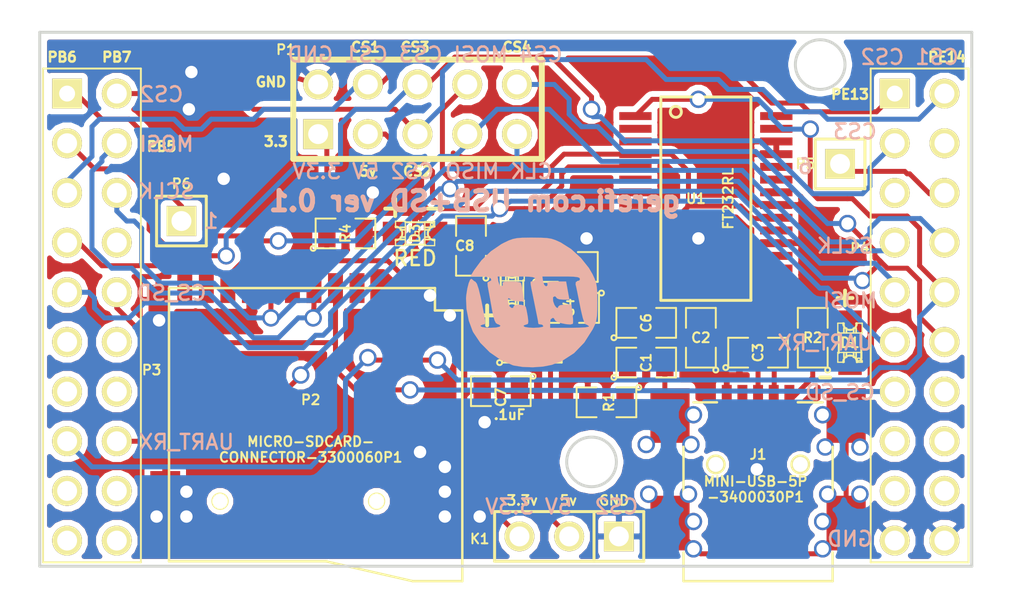
<source format=kicad_pcb>
(kicad_pcb (version 3) (host pcbnew "(2013-07-07 BZR 4022)-stable")
  (title_block (comment 2 Art_Electro) (comment 3 Art_Electro) (comment 4 Art_Electro))
  (layers (15 F.Cu signal) (0 B.Cu signal) (18 B.Paste user) (19 F.Paste user) (20 B.SilkS user) (21 F.SilkS user) (22 B.Mask user) (23 F.Mask user) (28 Edge.Cuts user))
  (net 0 "")
  (net 1 /3,3V)
  (net 2 /5V)
  (net 3 /CS1)
  (net 4 /CS2)
  (net 5 /CS3)
  (net 6 /CS4)
  (net 7 /CS_SD_MODULE)
  (net 8 /SPI_MISO)
  (net 9 /SPI_MOSI)
  (net 10 /SPI_SCK)
  (net 11 /USART_RX)
  (net 12 /USART_TX)
  (net 13 GND)
  (net 14 N-000001)
  (net 15 N-0000016)
  (net 16 N-000002)
  (net 17 N-000003)
  (net 18 N-0000033)
  (net 19 N-0000039)
  (net 20 N-0000048)
  (net 21 N-0000057)
  (net 22 N-0000058)
  (net 23 N-000007)
  (module MICRO-SDCARD-CONNECTOR-3300060P1 (layer F.Cu) (at 190.5 172.339 270)
    (fp_text reference P2 (at -1.778 0.254 360) (layer F.SilkS) (effects (font (size 0.50038 0.50038) (thickness 0.1016))))
    (fp_text value MICRO-SDCARD-CONNECTOR-3300060P1 hide)
    (pad 1 smd rect (at -7.493 -2.114 270) (size 1.524 0.762) (layers F.Cu F.Paste F.Mask))
    (pad 2 smd rect (at -7.493 -1.014 270) (size 1.524 0.762) (layers F.Cu F.Paste F.Mask) (net 7 /CS_SD_MODULE))
    (pad 3 smd rect (at -7.493 0.086 270) (size 1.524 0.762) (layers F.Cu F.Paste F.Mask) (net 9 /SPI_MOSI))
    (pad 4 smd rect (at -7.493 1.186 270) (size 1.524 0.762) (layers F.Cu F.Paste F.Mask) (net 1 /3,3V))
    (pad 5 smd rect (at -7.493 2.286 270) (size 1.524 0.762) (layers F.Cu F.Paste F.Mask) (net 10 /SPI_SCK))
    (pad 6 smd rect (at -7.493 3.386 270) (size 1.524 0.762) (layers F.Cu F.Paste F.Mask) (net 13 GND))
    (pad 7 smd rect (at -7.493 4.486 270) (size 1.524 0.762) (layers F.Cu F.Paste F.Mask) (net 8 /SPI_MISO))
    (pad 8 smd rect (at -7.493 5.586 270) (size 1.524 0.762) (layers F.Cu F.Paste F.Mask))
    (pad 9 smd rect (at -7.493 6.686 270) (size 1.524 0.762) (layers F.Cu F.Paste F.Mask))
    (pad G1 smd rect (at -6.893 8.032 270) (size 1.524 1.016) (layers F.Cu F.Paste F.Mask) (net 13 GND))
    (pad G2 smd rect (at 2.88 7.686 270) (size 2.032 1.524) (layers F.Cu F.Paste F.Mask) (net 13 GND))
    (pad G3 smd rect (at 2.88 -7.714 270) (size 2.032 1.524) (layers F.Cu F.Paste F.Mask) (net 13 GND))
    (pad G4 smd rect (at -7.101 -6.895 270) (size 1.524 1.524) (layers F.Cu F.Paste F.Mask) (net 13 GND))
    (pad "" np_thru_hole circle (at 3.407 4.886 270) (size 0.889 0.889) (drill 0.762) (layers *.Mask F.SilkS))
    (pad "" np_thru_hole circle (at 3.407 -3.114 270) (size 0.889 0.889) (drill 0.762) (layers *.Mask F.SilkS))
  )
  (module SM0805 (layer F.Cu) (at 207.391 168.656)
    (fp_text reference C1 (at 0 0 90) (layer F.SilkS) (effects (font (size 0.50038 0.50038) (thickness 0.1016))))
    (fp_text value 4700pF hide)
    (pad 1 smd rect (at -0.9525 0) (size 0.889 1.397) (layers F.Cu F.Paste F.Mask) (net 13 GND))
    (pad 2 smd rect (at 0.9525 0) (size 0.889 1.397) (layers F.Cu F.Paste F.Mask) (net 14 N-000001))
  )
  (module SM0805 (layer F.Cu) (at 210.185 167.386 90)
    (fp_text reference C2 (at 0 0 180) (layer F.SilkS) (effects (font (size 0.50038 0.50038) (thickness 0.1016))))
    (fp_text value 47pF hide)
    (pad 1 smd rect (at -0.9525 0 90) (size 0.889 1.397) (layers F.Cu F.Paste F.Mask) (net 13 GND))
    (pad 2 smd rect (at 0.9525 0 90) (size 0.889 1.397) (layers F.Cu F.Paste F.Mask) (net 21 N-0000057))
  )
  (module SM0805 (layer F.Cu) (at 213.106 168.148)
    (fp_text reference C3 (at 0 0 90) (layer F.SilkS) (effects (font (size 0.50038 0.50038) (thickness 0.1016))))
    (fp_text value 47pF hide)
    (pad 1 smd rect (at -0.9525 0) (size 0.889 1.397) (layers F.Cu F.Paste F.Mask) (net 13 GND))
    (pad 2 smd rect (at 0.9525 0) (size 0.889 1.397) (layers F.Cu F.Paste F.Mask) (net 17 N-000003))
  )
  (module SM0805 (layer F.Cu) (at 203.454 165.862 180)
    (fp_text reference C4 (at 0 0 270) (layer F.SilkS) (effects (font (size 0.50038 0.50038) (thickness 0.1016))))
    (fp_text value 4.7uF hide)
    (pad 1 smd rect (at -0.9525 0 180) (size 0.889 1.397) (layers F.Cu F.Paste F.Mask) (net 2 /5V))
    (pad 2 smd rect (at 0.9525 0 180) (size 0.889 1.397) (layers F.Cu F.Paste F.Mask) (net 13 GND))
  )
  (module SM0805 (layer F.Cu) (at 203.3905 163.7665)
    (fp_text reference C5 (at 0 0 90) (layer F.SilkS) (effects (font (size 0.50038 0.50038) (thickness 0.1016))))
    (fp_text value .1uF hide)
    (pad 1 smd rect (at -0.9525 0) (size 0.889 1.397) (layers F.Cu F.Paste F.Mask) (net 13 GND))
    (pad 2 smd rect (at 0.9525 0) (size 0.889 1.397) (layers F.Cu F.Paste F.Mask) (net 2 /5V))
  )
  (module SM0805 (layer F.Cu) (at 207.391 166.624)
    (fp_text reference C6 (at 0 0 90) (layer F.SilkS) (effects (font (size 0.50038 0.50038) (thickness 0.1016))))
    (fp_text value .1uF hide)
    (pad 1 smd rect (at -0.9525 0) (size 0.889 1.397) (layers F.Cu F.Paste F.Mask) (net 13 GND))
    (pad 2 smd rect (at 0.9525 0) (size 0.889 1.397) (layers F.Cu F.Paste F.Mask) (net 19 N-0000039))
  )
  (module LED-0805 (layer F.Cu) (at 217.805 167.64 270)
    (fp_text reference D1 (at 0 0 360) (layer F.SilkS) (effects (font (size 0.50038 0.50038) (thickness 0.1016))))
    (fp_text value GREEN hide)
    (pad 1 smd rect (at -1.04902 0 270) (size 1.19888 1.19888) (layers F.Cu F.Paste F.Mask) (net 23 N-000007))
    (pad 2 smd rect (at 1.04902 0 270) (size 1.19888 1.19888) (layers F.Cu F.Paste F.Mask) (net 13 GND))
  )
  (module LED-0805 (layer F.Cu) (at 200.533 164.973 90)
    (fp_text reference D2 (at 0 0 180) (layer F.SilkS) (effects (font (size 0.50038 0.50038) (thickness 0.1016))))
    (fp_text value RED hide)
    (pad 1 smd rect (at -1.04902 0 90) (size 1.19888 1.19888) (layers F.Cu F.Paste F.Mask) (net 20 N-0000048))
    (pad 2 smd rect (at 1.04902 0 90) (size 1.19888 1.19888) (layers F.Cu F.Paste F.Mask) (net 13 GND))
  )
  (module SM0805 (layer F.Cu) (at 205.359 170.688 180)
    (fp_text reference R1 (at -0.127 0 270) (layer F.SilkS) (effects (font (size 0.50038 0.50038) (thickness 0.1016))))
    (fp_text value 1M hide)
    (pad 1 smd rect (at -0.9525 0 180) (size 0.889 1.397) (layers F.Cu F.Paste F.Mask) (net 14 N-000001))
    (pad 2 smd rect (at 0.9525 0 180) (size 0.889 1.397) (layers F.Cu F.Paste F.Mask) (net 13 GND))
  )
  (module SM0805 (layer F.Cu) (at 215.9 167.386 90)
    (fp_text reference R2 (at 0 0 180) (layer F.SilkS) (effects (font (size 0.50038 0.50038) (thickness 0.1016))))
    (fp_text value 1k hide)
    (pad 1 smd rect (at -0.9525 0 90) (size 0.889 1.397) (layers F.Cu F.Paste F.Mask) (net 16 N-000002))
    (pad 2 smd rect (at 0.9525 0 90) (size 0.889 1.397) (layers F.Cu F.Paste F.Mask) (net 23 N-000007))
  )
  (module SM0805 (layer F.Cu) (at 201.549 167.894)
    (fp_text reference R3 (at 0 0 90) (layer F.SilkS) (effects (font (size 0.50038 0.50038) (thickness 0.1016))))
    (fp_text value 1k hide)
    (pad 1 smd rect (at -0.9525 0) (size 0.889 1.397) (layers F.Cu F.Paste F.Mask) (net 20 N-0000048))
    (pad 2 smd rect (at 0.9525 0) (size 0.889 1.397) (layers F.Cu F.Paste F.Mask) (net 2 /5V))
  )
  (module ssop-28 (layer F.Cu) (at 210.439 160.274 270)
    (fp_text reference U1 (at 0 0.508 360) (layer F.SilkS) (effects (font (size 0.50038 0.50038) (thickness 0.1016))))
    (fp_text value FT232RL (at 0 -1.143 270) (layer F.SilkS) (effects (font (size 0.50038 0.50038) (thickness 0.09906))))
    (pad 7 smd rect (at -0.32512 3.59918 270) (size 0.4064 1.651) (layers F.Cu F.Paste F.Mask) (net 13 GND))
    (pad 8 smd rect (at 0.32512 3.59918 270) (size 0.4064 1.651) (layers F.Cu F.Paste F.Mask))
    (pad 9 smd rect (at 0.97536 3.59918 270) (size 0.4064 1.651) (layers F.Cu F.Paste F.Mask))
    (pad 10 smd rect (at 1.6256 3.59918 270) (size 0.4064 1.651) (layers F.Cu F.Paste F.Mask))
    (pad 25 smd rect (at -2.27584 -3.59918 270) (size 0.4064 1.651) (layers F.Cu F.Paste F.Mask) (net 13 GND))
    (pad 4 smd rect (at -2.27584 3.59918 270) (size 0.4064 1.651) (layers F.Cu F.Paste F.Mask) (net 2 /5V))
    (pad 5 smd rect (at -1.6256 3.59918 270) (size 0.4064 1.651) (layers F.Cu F.Paste F.Mask) (net 11 /USART_RX))
    (pad 6 smd rect (at -0.97536 3.59918 270) (size 0.4064 1.651) (layers F.Cu F.Paste F.Mask))
    (pad 18 smd rect (at 2.27584 -3.59918 270) (size 0.4064 1.651) (layers F.Cu F.Paste F.Mask) (net 13 GND))
    (pad 19 smd rect (at 1.6256 -3.59918 270) (size 0.4064 1.651) (layers F.Cu F.Paste F.Mask))
    (pad 20 smd rect (at 0.97536 -3.59918 270) (size 0.4064 1.651) (layers F.Cu F.Paste F.Mask) (net 2 /5V))
    (pad 21 smd rect (at 0.32512 -3.59918 270) (size 0.4064 1.651) (layers F.Cu F.Paste F.Mask) (net 13 GND))
    (pad 22 smd rect (at -0.32512 -3.59918 270) (size 0.4064 1.651) (layers F.Cu F.Paste F.Mask))
    (pad 23 smd rect (at -0.97536 -3.59918 270) (size 0.4064 1.651) (layers F.Cu F.Paste F.Mask))
    (pad 11 smd rect (at 2.27584 3.59918 270) (size 0.4064 1.651) (layers F.Cu F.Paste F.Mask))
    (pad 24 smd rect (at -1.6256 -3.59918 270) (size 0.4064 1.651) (layers F.Cu F.Paste F.Mask))
    (pad 26 smd rect (at -2.92608 -3.59918 270) (size 0.4064 1.651) (layers F.Cu F.Paste F.Mask) (net 13 GND))
    (pad 27 smd rect (at -3.57378 -3.59918 270) (size 0.4064 1.651) (layers F.Cu F.Paste F.Mask))
    (pad 28 smd rect (at -4.22402 -3.59918 270) (size 0.4064 1.651) (layers F.Cu F.Paste F.Mask))
    (pad 1 smd rect (at -4.22402 3.59918 270) (size 0.4064 1.651) (layers F.Cu F.Paste F.Mask) (net 12 /USART_TX))
    (pad 2 smd rect (at -3.57378 3.59918 270) (size 0.4064 1.651) (layers F.Cu F.Paste F.Mask))
    (pad 3 smd rect (at -2.92608 3.59918 270) (size 0.4064 1.651) (layers F.Cu F.Paste F.Mask))
    (pad 12 smd rect (at 2.92608 3.59918 270) (size 0.4064 1.651) (layers F.Cu F.Paste F.Mask))
    (pad 13 smd rect (at 3.57378 3.59918 270) (size 0.4064 1.651) (layers F.Cu F.Paste F.Mask))
    (pad 14 smd rect (at 4.22402 3.59918 270) (size 0.4064 1.651) (layers F.Cu F.Paste F.Mask))
    (pad 15 smd rect (at 4.22402 -3.59918 270) (size 0.4064 1.651) (layers F.Cu F.Paste F.Mask) (net 17 N-000003))
    (pad 16 smd rect (at 3.57378 -3.59918 270) (size 0.4064 1.651) (layers F.Cu F.Paste F.Mask) (net 21 N-0000057))
    (pad 17 smd rect (at 2.92608 -3.59918 270) (size 0.4064 1.651) (layers F.Cu F.Paste F.Mask) (net 19 N-0000039))
  )
  (module LED-0805 (layer F.Cu) (at 195.58 162.052)
    (fp_text reference D3 (at 0 0 90) (layer F.SilkS) (effects (font (size 0.50038 0.50038) (thickness 0.1016))))
    (fp_text value RED (at 0 1.27) (layer F.SilkS) (effects (font (size 0.762 0.762) (thickness 0.127))))
    (pad 1 smd rect (at -1.04902 0) (size 1.19888 1.19888) (layers F.Cu F.Paste F.Mask) (net 22 N-0000058))
    (pad 2 smd rect (at 1.04902 0) (size 1.19888 1.19888) (layers F.Cu F.Paste F.Mask) (net 13 GND))
  )
  (module SM0805 (layer F.Cu) (at 192.024 162.052)
    (fp_text reference R4 (at 0 0 90) (layer F.SilkS) (effects (font (size 0.50038 0.50038) (thickness 0.1016))))
    (fp_text value 1k hide)
    (pad 1 smd rect (at -0.9525 0) (size 0.889 1.397) (layers F.Cu F.Paste F.Mask) (net 1 /3,3V))
    (pad 2 smd rect (at 0.9525 0) (size 0.889 1.397) (layers F.Cu F.Paste F.Mask) (net 22 N-0000058))
  )
  (module PIN_ARRAY_3_A (layer F.Cu) (at 203.454 177.546 180)
    (fp_text reference K1 (at 4.572 -0.127 180) (layer F.SilkS) (effects (font (size 0.50038 0.50038) (thickness 0.1016))))
    (fp_text value CONN_3 hide)
    (pad 1 thru_hole rect (at -2.54 0 180) (size 1.524 1.524) (drill 1.016) (layers *.Cu *.Mask F.SilkS) (net 13 GND))
    (pad 2 thru_hole circle (at 0 0 180) (size 1.524 1.524) (drill 1.016) (layers *.Cu *.Mask F.SilkS) (net 2 /5V))
    (pad 3 thru_hole circle (at 2.54 0 180) (size 1.524 1.524) (drill 1.016) (layers *.Cu *.Mask F.SilkS) (net 1 /3,3V))
  )
  (module PIN_ARRAY_10X2 (layer F.Cu) (at 179.07 166.37 270)
    (fp_text reference P3 (at 2.667 -3.048 360) (layer F.SilkS) (effects (font (size 0.50038 0.50038) (thickness 0.1016))))
    (fp_text value CONN_10X2 hide)
    (pad 1 thru_hole rect (at -11.47064 1.27 270) (size 1.524 1.524) (drill 0.8128) (layers *.Cu *.Mask F.SilkS) (net 18 N-0000033))
    (pad 2 thru_hole circle (at -11.47064 -1.27 270) (size 1.524 1.524) (drill 1.016) (layers *.Cu *.Mask F.SilkS) (net 4 /CS2))
    (pad 3 thru_hole circle (at -8.93064 1.27 270) (size 1.524 1.524) (drill 1.016) (layers *.Cu *.Mask F.SilkS) (net 8 /SPI_MISO))
    (pad 4 thru_hole circle (at -8.93064 -1.27 270) (size 1.524 1.524) (drill 1.016) (layers *.Cu *.Mask F.SilkS) (net 9 /SPI_MOSI))
    (pad 5 thru_hole circle (at -6.39064 1.27 270) (size 1.524 1.524) (drill 1.016) (layers *.Cu *.Mask F.SilkS) (net 3 /CS1))
    (pad 6 thru_hole circle (at -6.39064 -1.27 270) (size 1.524 1.524) (drill 1.016) (layers *.Cu *.Mask F.SilkS) (net 10 /SPI_SCK))
    (pad 7 thru_hole circle (at -3.85064 1.27 270) (size 1.524 1.524) (drill 1.016) (layers *.Cu *.Mask F.SilkS) (net 5 /CS3))
    (pad 8 thru_hole circle (at -3.85064 -1.27 270) (size 1.524 1.524) (drill 1.016) (layers *.Cu *.Mask F.SilkS))
    (pad 9 thru_hole circle (at -1.31064 1.27 270) (size 1.524 1.524) (drill 1.016) (layers *.Cu *.Mask F.SilkS) (net 6 /CS4))
    (pad 10 thru_hole circle (at -1.31064 -1.27 270) (size 1.524 1.524) (drill 1.016) (layers *.Cu *.Mask F.SilkS) (net 7 /CS_SD_MODULE))
    (pad 11 thru_hole circle (at 1.22936 1.27 270) (size 1.524 1.524) (drill 1.016) (layers *.Cu *.Mask F.SilkS))
    (pad 12 thru_hole circle (at 1.22936 -1.27 270) (size 1.524 1.524) (drill 1.016) (layers *.Cu *.Mask F.SilkS))
    (pad 13 thru_hole circle (at 3.76936 1.27 270) (size 1.524 1.524) (drill 1.016) (layers *.Cu *.Mask F.SilkS))
    (pad 14 thru_hole circle (at 3.76936 -1.27 270) (size 1.524 1.524) (drill 1.016) (layers *.Cu *.Mask F.SilkS))
    (pad 15 thru_hole circle (at 6.30936 1.27 270) (size 1.524 1.524) (drill 1.016) (layers *.Cu *.Mask F.SilkS) (net 12 /USART_TX))
    (pad 16 thru_hole circle (at 6.30936 -1.27 270) (size 1.524 1.524) (drill 1.016) (layers *.Cu *.Mask F.SilkS) (net 11 /USART_RX))
    (pad 17 thru_hole circle (at 8.84936 1.27 270) (size 1.524 1.524) (drill 1.016) (layers *.Cu *.Mask F.SilkS))
    (pad 18 thru_hole circle (at 8.84936 -1.27 270) (size 1.524 1.524) (drill 1.016) (layers *.Cu *.Mask F.SilkS))
    (pad 19 thru_hole circle (at 11.38936 1.27 270) (size 1.524 1.524) (drill 1.016) (layers *.Cu *.Mask F.SilkS))
    (pad 20 thru_hole circle (at 11.38936 -1.27 270) (size 1.524 1.524) (drill 1.016) (layers *.Cu *.Mask F.SilkS))
  )
  (module PIN_ARRAY_10X2 (layer F.Cu) (at 221.361 166.37 270)
    (fp_text reference P4 (at -3.556 3.048 360) (layer F.SilkS) (effects (font (size 0.50038 0.50038) (thickness 0.1016))))
    (fp_text value CONN_10X2 hide)
    (pad 1 thru_hole rect (at -11.47064 1.27 270) (size 1.524 1.524) (drill 0.8128) (layers *.Cu *.Mask F.SilkS) (net 3 /CS1))
    (pad 2 thru_hole circle (at -11.47064 -1.27 270) (size 1.524 1.524) (drill 1.016) (layers *.Cu *.Mask F.SilkS) (net 4 /CS2))
    (pad 3 thru_hole circle (at -8.93064 1.27 270) (size 1.524 1.524) (drill 1.016) (layers *.Cu *.Mask F.SilkS) (net 5 /CS3))
    (pad 4 thru_hole circle (at -8.93064 -1.27 270) (size 1.524 1.524) (drill 1.016) (layers *.Cu *.Mask F.SilkS))
    (pad 5 thru_hole circle (at -6.39064 1.27 270) (size 1.524 1.524) (drill 1.016) (layers *.Cu *.Mask F.SilkS))
    (pad 6 thru_hole circle (at -6.39064 -1.27 270) (size 1.524 1.524) (drill 1.016) (layers *.Cu *.Mask F.SilkS) (net 15 N-0000016))
    (pad 7 thru_hole circle (at -3.85064 1.27 270) (size 1.524 1.524) (drill 1.016) (layers *.Cu *.Mask F.SilkS) (net 10 /SPI_SCK))
    (pad 8 thru_hole circle (at -3.85064 -1.27 270) (size 1.524 1.524) (drill 1.016) (layers *.Cu *.Mask F.SilkS) (net 8 /SPI_MISO))
    (pad 9 thru_hole circle (at -1.31064 1.27 270) (size 1.524 1.524) (drill 1.016) (layers *.Cu *.Mask F.SilkS) (net 9 /SPI_MOSI))
    (pad 10 thru_hole circle (at -1.31064 -1.27 270) (size 1.524 1.524) (drill 1.016) (layers *.Cu *.Mask F.SilkS) (net 12 /USART_TX))
    (pad 11 thru_hole circle (at 1.22936 1.27 270) (size 1.524 1.524) (drill 1.016) (layers *.Cu *.Mask F.SilkS) (net 11 /USART_RX))
    (pad 12 thru_hole circle (at 1.22936 -1.27 270) (size 1.524 1.524) (drill 1.016) (layers *.Cu *.Mask F.SilkS) (net 6 /CS4))
    (pad 13 thru_hole circle (at 3.76936 1.27 270) (size 1.524 1.524) (drill 1.016) (layers *.Cu *.Mask F.SilkS) (net 7 /CS_SD_MODULE))
    (pad 14 thru_hole circle (at 3.76936 -1.27 270) (size 1.524 1.524) (drill 1.016) (layers *.Cu *.Mask F.SilkS))
    (pad 15 thru_hole circle (at 6.30936 1.27 270) (size 1.524 1.524) (drill 1.016) (layers *.Cu *.Mask F.SilkS))
    (pad 16 thru_hole circle (at 6.30936 -1.27 270) (size 1.524 1.524) (drill 1.016) (layers *.Cu *.Mask F.SilkS))
    (pad 17 thru_hole circle (at 8.84936 1.27 270) (size 1.524 1.524) (drill 1.016) (layers *.Cu *.Mask F.SilkS))
    (pad 18 thru_hole circle (at 8.84936 -1.27 270) (size 1.524 1.524) (drill 1.016) (layers *.Cu *.Mask F.SilkS))
    (pad 19 thru_hole circle (at 11.38936 1.27 270) (size 1.524 1.524) (drill 1.016) (layers *.Cu *.Mask F.SilkS) (net 13 GND))
    (pad 20 thru_hole circle (at 11.38936 -1.27 270) (size 1.524 1.524) (drill 1.016) (layers *.Cu *.Mask F.SilkS) (net 13 GND))
  )
  (module MINI-USB-5P-3400020P1 (layer F.Cu) (at 213.106 175.26)
    (fp_text reference J1 (at 0 -1.905) (layer F.SilkS) (effects (font (size 0.50038 0.50038) (thickness 0.1016))))
    (fp_text value MINI-USB-5P-3400020P1 hide)
    (pad 5 smd rect (at -1.6 -4.191) (size 0.508 2.54) (layers F.Cu F.Paste F.Mask) (net 13 GND))
    (pad 4 smd rect (at -0.8 -4.191) (size 0.508 2.54) (layers F.Cu F.Paste F.Mask))
    (pad 3 smd rect (at 0 -4.191) (size 0.508 2.54) (layers F.Cu F.Paste F.Mask) (net 21 N-0000057))
    (pad 2 smd rect (at 0.8 -4.191) (size 0.508 2.54) (layers F.Cu F.Paste F.Mask) (net 17 N-000003))
    (pad 1 smd rect (at 1.6 -4.191) (size 0.508 2.54) (layers F.Cu F.Paste F.Mask) (net 16 N-000002))
    (pad 6 smd rect (at -4.5 1.603 90) (size 2.794 2) (layers F.Cu F.Paste F.Mask) (net 14 N-000001))
    (pad 6 smd rect (at 4.5 1.603 90) (size 2.794 2) (layers F.Cu F.Paste F.Mask) (net 14 N-000001))
    (pad 6 smd rect (at -4.5 -3.897 90) (size 2.794 2) (layers F.Cu F.Paste F.Mask) (net 14 N-000001))
    (pad 6 smd rect (at 4.5 -3.897 90) (size 2.794 2) (layers F.Cu F.Paste F.Mask) (net 14 N-000001))
    (pad "" np_thru_hole circle (at -2.159 -1.397 90) (size 1.016 1.016) (drill 0.762) (layers *.Mask F.SilkS))
    (pad "" np_thru_hole circle (at 2.159 -1.397 90) (size 1.016 1.016) (drill 0.762) (layers *.Mask F.SilkS))
  )
  (module PIN_ARRAY_1 (layer F.Cu) (at 217.297 158.496)
    (fp_text reference P5 (at -1.778 0) (layer F.SilkS) (effects (font (size 0.50038 0.50038) (thickness 0.1016))))
    (fp_text value CONN_1 hide)
    (pad 1 thru_hole rect (at 0 0) (size 1.524 1.524) (drill 1.016) (layers *.Cu *.Mask F.SilkS) (net 15 N-0000016))
  )
  (module PIN_ARRAY_5x2 (layer F.Cu) (at 195.707 155.702)
    (fp_text reference P1 (at -6.731 -3.048) (layer F.SilkS) (effects (font (size 0.50038 0.50038) (thickness 0.1016))))
    (fp_text value CONN_5X2 hide)
    (pad 1 thru_hole rect (at -5.08 1.27) (size 1.524 1.524) (drill 1.016) (layers *.Cu *.Mask F.SilkS) (net 1 /3,3V))
    (pad 2 thru_hole circle (at -5.08 -1.27) (size 1.524 1.524) (drill 1.016) (layers *.Cu *.Mask F.SilkS) (net 13 GND))
    (pad 3 thru_hole circle (at -2.54 1.27) (size 1.524 1.524) (drill 1.016) (layers *.Cu *.Mask F.SilkS) (net 2 /5V))
    (pad 4 thru_hole circle (at -2.54 -1.27) (size 1.524 1.524) (drill 1.016) (layers *.Cu *.Mask F.SilkS) (net 3 /CS1))
    (pad 5 thru_hole circle (at 0 1.27) (size 1.524 1.524) (drill 1.016) (layers *.Cu *.Mask F.SilkS) (net 4 /CS2))
    (pad 6 thru_hole circle (at 0 -1.27) (size 1.524 1.524) (drill 1.016) (layers *.Cu *.Mask F.SilkS) (net 5 /CS3))
    (pad 7 thru_hole circle (at 2.54 1.27) (size 1.524 1.524) (drill 1.016) (layers *.Cu *.Mask F.SilkS) (net 8 /SPI_MISO))
    (pad 8 thru_hole circle (at 2.54 -1.27) (size 1.524 1.524) (drill 1.016) (layers *.Cu *.Mask F.SilkS) (net 9 /SPI_MOSI))
    (pad 9 thru_hole circle (at 5.08 1.27) (size 1.524 1.524) (drill 1.016) (layers *.Cu *.Mask F.SilkS) (net 10 /SPI_SCK))
    (pad 10 thru_hole circle (at 5.08 -1.27) (size 1.524 1.524) (drill 1.016) (layers *.Cu *.Mask F.SilkS) (net 6 /CS4))
  )
  (module PIN_ARRAY_1 (layer F.Cu) (at 183.642 161.417)
    (fp_text reference P6 (at 0 -1.905) (layer F.SilkS) (effects (font (size 0.50038 0.50038) (thickness 0.1016))))
    (fp_text value CONN_1 hide)
    (pad 1 thru_hole rect (at 0 0) (size 1.524 1.524) (drill 1.016) (layers *.Cu *.Mask F.SilkS) (net 18 N-0000033))
  )
  (module LOGO_F (layer B.Cu) (at 201.549 165.608)
    (fp_text reference G1 hide)
    (fp_text value LOGO hide)
  )
  (module SM0805 (layer F.Cu) (at 199.9615 170.1165 180)
    (fp_text reference C7 (at 0 -0.3175 270) (layer F.SilkS) (effects (font (size 0.50038 0.50038) (thickness 0.10922))))
    (fp_text value .1uF (at -0.4445 -1.2065 180) (layer F.SilkS) (effects (font (size 0.50038 0.50038) (thickness 0.10922))))
    (pad 1 smd rect (at -0.9525 0 180) (size 0.889 1.397) (layers F.Cu F.Paste F.Mask) (net 13 GND))
    (pad 2 smd rect (at 0.9525 0 180) (size 0.889 1.397) (layers F.Cu F.Paste F.Mask) (net 1 /3,3V))
  )
  (module SM0805 (layer F.Cu) (at 198.4375 162.687 90)
    (fp_text reference C8 (at 0 -0.3175 180) (layer F.SilkS) (effects (font (size 0.50038 0.50038) (thickness 0.10922))))
    (fp_text value 4.7uF hide)
    (pad 1 smd rect (at -0.9525 0 90) (size 0.889 1.397) (layers F.Cu F.Paste F.Mask) (net 1 /3,3V))
    (pad 2 smd rect (at 0.9525 0 90) (size 0.889 1.397) (layers F.Cu F.Paste F.Mask) (net 13 GND))
  )
  (gr_text 6 (at 215.519 158.623) (layer B.SilkS) (effects (font (size 0.762 0.762) (thickness 0.127)) (justify mirror)))
  (gr_text 1 (at 185.166 161.417) (layer B.SilkS) (effects (font (size 0.762 0.762) (thickness 0.127)) (justify mirror)))
  (gr_text "CLK MISO CS2 5V 3.3V" (at 195.961 158.877) (layer B.SilkS) (effects (font (size 0.762 0.762) (thickness 0.127)) (justify mirror)))
  (gr_text "CS4 MOSI CS3 CS1 GND" (at 196.088 152.908) (layer B.SilkS) (effects (font (size 0.762 0.762) (thickness 0.127)) (justify mirror)))
  (gr_text "CS2  5V 3.3V" (at 203.073 176.022) (layer B.SilkS) (effects (font (size 0.762 0.762) (thickness 0.127)) (justify mirror)))
  (gr_text MOSI (at 182.88 157.48) (layer B.SilkS) (effects (font (size 0.762 0.762) (thickness 0.127)) (justify mirror)))
  (gr_text UART_RX (at 183.896 172.72) (layer B.SilkS) (effects (font (size 0.762 0.762) (thickness 0.127)) (justify mirror)))
  (gr_text CS_SD (at 183.134 165.1) (layer B.SilkS) (effects (font (size 0.762 0.762) (thickness 0.127)) (justify mirror)))
  (gr_text SCLK (at 182.88 159.893) (layer B.SilkS) (effects (font (size 0.762 0.762) (thickness 0.127)) (justify mirror)))
  (gr_text GND (at 217.805 177.673) (layer B.SilkS) (effects (font (size 0.762 0.762) (thickness 0.127)) (justify mirror)))
  (gr_text CS_SD (at 217.297 170.18) (layer B.SilkS) (effects (font (size 0.762 0.762) (thickness 0.127)) (justify mirror)))
  (gr_text UART_RX (at 216.535 167.64) (layer B.SilkS) (effects (font (size 0.762 0.762) (thickness 0.127)) (justify mirror)))
  (gr_text CS2 (at 182.626 154.94) (layer B.SilkS) (effects (font (size 0.762 0.762) (thickness 0.127)) (justify mirror)))
  (gr_text MOSI (at 217.805 165.481) (layer B.SilkS) (effects (font (size 0.762 0.762) (thickness 0.127)) (justify mirror)))
  (gr_text SCLK (at 217.551 162.687) (layer B.SilkS) (effects (font (size 0.762 0.762) (thickness 0.127)) (justify mirror)))
  (gr_text CS3 (at 218.059 156.845) (layer B.SilkS) (effects (font (size 0.762 0.762) (thickness 0.127)) (justify mirror)))
  (gr_text "CS1 CS2" (at 220.853 153.035) (layer B.SilkS) (effects (font (size 0.762 0.762) (thickness 0.127)) (justify mirror)))
  (gr_line (start 194.945 160.782) (end 195.072 160.782) (angle 90) (layer F.SilkS) (width 0.2))
  (gr_line (start 194.564 161.163) (end 194.564 160.274) (angle 90) (layer F.SilkS) (width 0.2))
  (gr_line (start 194.056 160.782) (end 194.945 160.782) (angle 90) (layer F.SilkS) (width 0.2))
  (gr_line (start 196.215 160.782) (end 196.977 160.782) (angle 90) (layer F.SilkS) (width 0.2))
  (gr_line (start 199.263 165.735) (end 199.263 166.751) (angle 90) (layer F.SilkS) (width 0.2))
  (gr_line (start 198.882 166.243) (end 199.644 166.243) (angle 90) (layer F.SilkS) (width 0.2))
  (gr_line (start 200.152 162.814) (end 200.787 162.814) (angle 90) (layer F.SilkS) (width 0.2))
  (gr_line (start 216.789 169.418) (end 216.281 169.418) (angle 90) (layer F.SilkS) (width 0.2))
  (gr_line (start 217.551 165.735) (end 217.551 164.973) (angle 90) (layer F.SilkS) (width 0.2))
  (gr_line (start 217.17 165.354) (end 217.932 165.354) (angle 90) (layer F.SilkS) (width 0.2))
  (gr_text PB5 (at 182.626 157.607) (layer F.SilkS) (effects (font (size 0.50038 0.50038) (thickness 0.125095))))
  (gr_text CS2 (at 195.707 158.877) (layer F.SilkS) (effects (font (size 0.50038 0.50038) (thickness 0.125095))))
  (gr_text CS4 (at 200.787 152.527) (layer F.SilkS) (effects (font (size 0.50038 0.50038) (thickness 0.125095))))
  (gr_text CS3 (at 195.58 152.527) (layer F.SilkS) (effects (font (size 0.50038 0.50038) (thickness 0.125095))))
  (gr_text CS1 (at 193.04 152.527) (layer F.SilkS) (effects (font (size 0.50038 0.50038) (thickness 0.125095))))
  (gr_text 5v (at 193.167 158.877) (layer F.SilkS) (effects (font (size 0.50038 0.50038) (thickness 0.125095))))
  (gr_text 3.3 (at 188.468 157.353) (layer F.SilkS) (effects (font (size 0.50038 0.50038) (thickness 0.125095))))
  (gr_text PB7 (at 180.34 153.035) (layer F.SilkS) (effects (font (size 0.50038 0.50038) (thickness 0.125095))))
  (gr_text PB6 (at 177.546 153.035) (layer F.SilkS) (effects (font (size 0.50038 0.50038) (thickness 0.125095))))
  (gr_text GND (at 188.214 154.305) (layer F.SilkS) (effects (font (size 0.50038 0.50038) (thickness 0.125095))))
  (gr_text PE14 (at 222.758 153.035) (layer F.SilkS) (effects (font (size 0.50038 0.50038) (thickness 0.125095))))
  (gr_text PE13 (at 217.805 154.94) (layer F.SilkS) (effects (font (size 0.50038 0.50038) (thickness 0.125095))))
  (gr_text "3.3v   5v   GND" (at 203.3905 175.7045) (layer F.SilkS) (effects (font (size 0.50038 0.50038) (thickness 0.1016))))
  (gr_text "gerefi.com USB+SD ver 0.1" (at 198.628 160.401) (layer B.SilkS) (effects (font (size 1 1) (thickness 0.25)) (justify mirror)))
  (gr_text "MINI-USB-5P\n-3400030P1" (at 212.979 175.133) (layer F.SilkS) (effects (font (size 0.50038 0.50038) (thickness 0.1016))))
  (gr_text "MICRO-SDCARD-\nCONNECTOR-3300060P1" (at 190.246 173.101) (layer F.SilkS) (effects (font (size 0.50038 0.50038) (thickness 0.1016))))
  (gr_line (start 224.028 179.07) (end 224.028 151.765) (angle 90) (layer Edge.Cuts) (width 0.15))
  (gr_line (start 224.028 151.765) (end 176.403 151.765) (angle 90) (layer Edge.Cuts) (width 0.15))
  (gr_line (start 176.403 179.07) (end 224.028 179.07) (angle 90) (layer Edge.Cuts) (width 0.15))
  (gr_line (start 176.403 151.765) (end 176.403 179.07) (angle 90) (layer Edge.Cuts) (width 0.15))
  (gr_circle (center 204.597 173.736) (end 205.867 173.736) (layer Edge.Cuts) (width 0.15))
  (gr_circle (center 216.281 153.416) (end 217.551 153.416) (layer Edge.Cuts) (width 0.15))
  (segment (start 198.12 172.466) (end 198.12 173.482) (width 0.254) (layer F.Cu) (net 1))
  (segment (start 198.12 170.3705) (end 198.12 172.466) (width 0.254) (layer F.Cu) (net 1))
  (segment (start 199.644 176.276) (end 200.914 177.546) (width 0.254) (layer F.Cu) (net 1))
  (segment (start 199.644 174.1805) (end 199.644 176.276) (width 0.254) (layer F.Cu) (net 1))
  (segment (start 199.1995 173.736) (end 199.644 174.1805) (width 0.254) (layer F.Cu) (net 1))
  (segment (start 198.374 173.736) (end 199.1995 173.736) (width 0.254) (layer F.Cu) (net 1))
  (segment (start 198.12 173.482) (end 198.374 173.736) (width 0.254) (layer F.Cu) (net 1))
  (segment (start 198.4375 163.6395) (end 195.326 163.6395) (width 0.254) (layer F.Cu) (net 1))
  (segment (start 195.326 163.6395) (end 194.84975 164.11575) (width 0.254) (layer F.Cu) (net 1))
  (segment (start 199.009 170.1165) (end 198.374 170.1165) (width 0.254) (layer F.Cu) (net 1))
  (segment (start 198.374 170.1165) (end 198.12 170.3705) (width 0.254) (layer F.Cu) (net 1))
  (segment (start 191.0715 162.052) (end 191.0715 157.4165) (width 0.254) (layer F.Cu) (net 1))
  (segment (start 191.0715 157.4165) (end 190.627 156.972) (width 0.254) (layer F.Cu) (net 1))
  (segment (start 191.0715 162.052) (end 191.0715 163.449) (width 0.254) (layer F.Cu) (net 1))
  (segment (start 191.0715 163.449) (end 191.135 163.449) (width 0.254) (layer F.Cu) (net 1))
  (segment (start 190.5635 163.449) (end 189.865 163.449) (width 0.254) (layer F.Cu) (net 1))
  (segment (start 190.627 163.449) (end 191.135 163.449) (width 0.254) (layer F.Cu) (net 1))
  (segment (start 190.5635 163.449) (end 190.627 163.449) (width 0.254) (layer F.Cu) (net 1))
  (segment (start 189.865 163.449) (end 189.314 164) (width 0.254) (layer F.Cu) (net 1))
  (segment (start 189.314 164) (end 189.314 164.846) (width 0.254) (layer F.Cu) (net 1))
  (segment (start 195.453 164.719) (end 195.453 165.862) (width 0.254) (layer F.Cu) (net 1))
  (segment (start 195.453 165.862) (end 196.977 167.386) (width 0.254) (layer F.Cu) (net 1))
  (segment (start 196.977 167.386) (end 198.12 168.529) (width 0.254) (layer F.Cu) (net 1))
  (segment (start 198.12 168.529) (end 198.12 170.3705) (width 0.254) (layer F.Cu) (net 1))
  (segment (start 191.135 163.449) (end 194.183 163.449) (width 0.254) (layer F.Cu) (net 1))
  (segment (start 194.183 163.449) (end 194.84975 164.11575) (width 0.254) (layer F.Cu) (net 1))
  (segment (start 194.84975 164.11575) (end 195.453 164.719) (width 0.254) (layer F.Cu) (net 1))
  (segment (start 202.5015 167.894) (end 202.5015 171.7675) (width 0.254) (layer F.Cu) (net 2))
  (segment (start 201.549 175.641) (end 203.454 177.546) (width 0.254) (layer F.Cu) (net 2))
  (segment (start 201.549 172.72) (end 201.549 175.641) (width 0.254) (layer F.Cu) (net 2))
  (segment (start 202.5015 171.7675) (end 201.549 172.72) (width 0.254) (layer F.Cu) (net 2))
  (segment (start 204.4065 165.862) (end 204.4065 163.83) (width 0.254) (layer F.Cu) (net 2))
  (segment (start 204.4065 163.83) (end 204.343 163.7665) (width 0.254) (layer F.Cu) (net 2))
  (segment (start 193.167 156.972) (end 194.056 156.972) (width 0.254) (layer F.Cu) (net 2))
  (segment (start 202.565 159.385) (end 202.565 158.623) (width 0.254) (layer F.Cu) (net 2))
  (segment (start 202.565 158.623) (end 203.18984 157.99816) (width 0.254) (layer F.Cu) (net 2))
  (segment (start 203.18984 157.99816) (end 206.83982 157.99816) (width 0.254) (layer F.Cu) (net 2))
  (segment (start 198.12 160.782) (end 197.739 160.782) (width 0.254) (layer F.Cu) (net 2))
  (segment (start 198.628 160.782) (end 198.12 160.782) (width 0.254) (layer F.Cu) (net 2))
  (segment (start 202.057 159.893) (end 202.565 159.385) (width 0.254) (layer F.Cu) (net 2))
  (segment (start 199.517 159.893) (end 198.628 160.782) (width 0.254) (layer F.Cu) (net 2))
  (segment (start 200.787 159.893) (end 199.517 159.893) (width 0.254) (layer F.Cu) (net 2))
  (segment (start 200.787 159.893) (end 202.057 159.893) (width 0.254) (layer F.Cu) (net 2))
  (segment (start 196.977 160.782) (end 197.739 160.782) (width 0.254) (layer F.Cu) (net 2))
  (segment (start 196.469 160.274) (end 196.977 160.782) (width 0.254) (layer F.Cu) (net 2))
  (segment (start 196.469 158.877) (end 196.469 160.274) (width 0.254) (layer F.Cu) (net 2))
  (segment (start 195.961 158.369) (end 196.469 158.877) (width 0.254) (layer F.Cu) (net 2))
  (segment (start 194.945 158.369) (end 195.961 158.369) (width 0.254) (layer F.Cu) (net 2))
  (segment (start 194.564 157.988) (end 194.945 158.369) (width 0.254) (layer F.Cu) (net 2))
  (segment (start 194.564 157.48) (end 194.564 157.988) (width 0.254) (layer F.Cu) (net 2))
  (segment (start 194.056 156.972) (end 194.564 157.48) (width 0.254) (layer F.Cu) (net 2))
  (segment (start 209.55 160.655) (end 212.217 160.655) (width 0.254) (layer F.Cu) (net 2))
  (segment (start 213.99754 161.29) (end 214.03818 161.24936) (width 0.254) (layer F.Cu) (net 2))
  (segment (start 212.852 161.29) (end 213.99754 161.29) (width 0.254) (layer F.Cu) (net 2))
  (segment (start 212.598 161.036) (end 212.852 161.29) (width 0.254) (layer F.Cu) (net 2))
  (segment (start 212.217 160.655) (end 212.598 161.036) (width 0.254) (layer F.Cu) (net 2))
  (segment (start 209.55 159.258) (end 209.55 158.877) (width 0.254) (layer F.Cu) (net 2))
  (segment (start 209.55 160.655) (end 209.55 159.258) (width 0.254) (layer F.Cu) (net 2))
  (segment (start 208.67116 157.99816) (end 206.83982 157.99816) (width 0.254) (layer F.Cu) (net 2))
  (segment (start 209.55 158.877) (end 208.67116 157.99816) (width 0.254) (layer F.Cu) (net 2))
  (segment (start 208.534 163.957) (end 208.534 164.592) (width 0.254) (layer F.Cu) (net 2))
  (segment (start 208.534 162.179) (end 208.534 163.957) (width 0.254) (layer F.Cu) (net 2))
  (segment (start 205.0415 165.227) (end 204.4065 165.862) (width 0.254) (layer F.Cu) (net 2))
  (segment (start 207.899 165.227) (end 205.0415 165.227) (width 0.254) (layer F.Cu) (net 2))
  (segment (start 208.534 164.592) (end 207.899 165.227) (width 0.254) (layer F.Cu) (net 2))
  (segment (start 202.5015 167.894) (end 203.454 167.894) (width 0.254) (layer F.Cu) (net 2))
  (segment (start 204.4065 166.9415) (end 204.4065 165.862) (width 0.254) (layer F.Cu) (net 2))
  (segment (start 203.454 167.894) (end 204.4065 166.9415) (width 0.254) (layer F.Cu) (net 2))
  (segment (start 208.534 162.052) (end 208.534 161.671) (width 0.254) (layer F.Cu) (net 2))
  (segment (start 208.534 161.671) (end 209.55 160.655) (width 0.254) (layer F.Cu) (net 2))
  (segment (start 209.55 160.655) (end 209.59064 160.61436) (width 0.254) (layer F.Cu) (net 2))
  (segment (start 209.50936 160.61436) (end 209.59064 160.61436) (width 0.254) (layer F.Cu) (net 2))
  (segment (start 203.1365 152.527) (end 210.947 152.527) (width 0.254) (layer F.Cu) (net 3))
  (segment (start 212.1535 153.7335) (end 213.8045 155.3845) (width 0.254) (layer F.Cu) (net 3))
  (segment (start 213.8045 155.3845) (end 215.265 155.3845) (width 0.254) (layer F.Cu) (net 3))
  (segment (start 215.265 155.3845) (end 215.7095 155.829) (width 0.254) (layer F.Cu) (net 3))
  (segment (start 215.7095 155.829) (end 219.16136 155.829) (width 0.254) (layer F.Cu) (net 3))
  (segment (start 219.16136 155.829) (end 220.091 154.89936) (width 0.254) (layer F.Cu) (net 3))
  (segment (start 210.947 152.527) (end 212.1535 153.7335) (width 0.254) (layer F.Cu) (net 3))
  (segment (start 193.802 154.432) (end 195.707 152.527) (width 0.254) (layer F.Cu) (net 3))
  (segment (start 195.707 152.527) (end 203.1365 152.527) (width 0.254) (layer F.Cu) (net 3))
  (segment (start 203.1365 152.527) (end 203.2 152.527) (width 0.254) (layer F.Cu) (net 3))
  (segment (start 193.167 154.432) (end 193.802 154.432) (width 0.254) (layer F.Cu) (net 3))
  (segment (start 193.167 154.432) (end 192.659 154.432) (width 0.254) (layer B.Cu) (net 3))
  (segment (start 183.769 156.718) (end 184.658 156.718) (width 0.254) (layer B.Cu) (net 3))
  (segment (start 184.658 156.718) (end 185.166 156.21) (width 0.254) (layer B.Cu) (net 3))
  (segment (start 185.166 156.21) (end 187.325 156.21) (width 0.254) (layer B.Cu) (net 3))
  (segment (start 183.261 156.21) (end 183.769 156.718) (width 0.254) (layer B.Cu) (net 3))
  (segment (start 179.451 156.21) (end 183.261 156.21) (width 0.254) (layer B.Cu) (net 3))
  (segment (start 179.07 158.115) (end 179.07 156.591) (width 0.254) (layer B.Cu) (net 3))
  (segment (start 177.8 159.385) (end 179.07 158.115) (width 0.254) (layer B.Cu) (net 3))
  (segment (start 177.8 159.385) (end 177.8 159.97936) (width 0.254) (layer B.Cu) (net 3))
  (segment (start 179.07 156.591) (end 179.451 156.21) (width 0.254) (layer B.Cu) (net 3))
  (segment (start 187.833 155.702) (end 187.325 156.21) (width 0.254) (layer B.Cu) (net 3))
  (segment (start 191.389 155.702) (end 187.833 155.702) (width 0.254) (layer B.Cu) (net 3))
  (segment (start 192.659 154.432) (end 191.389 155.702) (width 0.254) (layer B.Cu) (net 3))
  (segment (start 193.802 154.559) (end 193.167 154.559) (width 0.254) (layer F.Cu) (net 3))
  (segment (start 196.977 154.051) (end 196.977 153.797) (width 0.254) (layer B.Cu) (net 4))
  (segment (start 221.32036 156.21) (end 222.631 154.89936) (width 0.254) (layer B.Cu) (net 4))
  (segment (start 216.662 156.21) (end 221.32036 156.21) (width 0.254) (layer B.Cu) (net 4))
  (segment (start 216.281 155.829) (end 216.662 156.21) (width 0.254) (layer B.Cu) (net 4))
  (segment (start 214.503 155.829) (end 216.281 155.829) (width 0.254) (layer B.Cu) (net 4))
  (segment (start 213.36 154.686) (end 214.503 155.829) (width 0.254) (layer B.Cu) (net 4))
  (segment (start 211.582 154.686) (end 213.36 154.686) (width 0.254) (layer B.Cu) (net 4))
  (segment (start 211.074 154.178) (end 211.582 154.686) (width 0.254) (layer B.Cu) (net 4))
  (segment (start 208.407 154.178) (end 211.074 154.178) (width 0.254) (layer B.Cu) (net 4))
  (segment (start 207.391 153.162) (end 208.407 154.178) (width 0.254) (layer B.Cu) (net 4))
  (segment (start 197.612 153.162) (end 207.391 153.162) (width 0.254) (layer B.Cu) (net 4))
  (segment (start 196.977 153.797) (end 197.612 153.162) (width 0.254) (layer B.Cu) (net 4))
  (segment (start 195.707 156.972) (end 195.707 156.845) (width 0.254) (layer B.Cu) (net 4))
  (segment (start 196.977 155.575) (end 196.977 154.051) (width 0.254) (layer B.Cu) (net 4))
  (segment (start 196.977 154.051) (end 196.977 154.000202) (width 0.254) (layer B.Cu) (net 4))
  (segment (start 195.707 156.845) (end 196.977 155.575) (width 0.254) (layer B.Cu) (net 4))
  (segment (start 180.34 154.89936) (end 186.52236 154.89936) (width 0.254) (layer F.Cu) (net 4))
  (segment (start 194.564 155.702) (end 195.707 156.972) (width 0.254) (layer F.Cu) (net 4))
  (segment (start 187.325 155.702) (end 194.564 155.702) (width 0.254) (layer F.Cu) (net 4))
  (segment (start 186.52236 154.89936) (end 187.325 155.702) (width 0.254) (layer F.Cu) (net 4))
  (segment (start 201.422 153.035) (end 202.565 153.035) (width 0.254) (layer F.Cu) (net 5))
  (segment (start 196.215 154.432) (end 197.612 153.035) (width 0.254) (layer F.Cu) (net 5))
  (segment (start 197.612 153.035) (end 201.422 153.035) (width 0.254) (layer F.Cu) (net 5))
  (segment (start 195.707 154.432) (end 196.215 154.432) (width 0.254) (layer F.Cu) (net 5))
  (segment (start 204.597 155.067) (end 204.597 155.702) (width 0.254) (layer F.Cu) (net 5))
  (segment (start 202.565 153.035) (end 204.597 155.067) (width 0.254) (layer F.Cu) (net 5))
  (segment (start 191.77 158.496) (end 189.611 158.496) (width 0.254) (layer B.Cu) (net 5))
  (segment (start 178.39436 162.51936) (end 179.578 163.703) (width 0.254) (layer F.Cu) (net 5))
  (segment (start 179.578 163.703) (end 182.372 163.703) (width 0.254) (layer F.Cu) (net 5))
  (segment (start 182.372 163.703) (end 182.88 163.195) (width 0.254) (layer F.Cu) (net 5))
  (segment (start 177.8 162.51936) (end 178.39436 162.51936) (width 0.254) (layer F.Cu) (net 5))
  (segment (start 182.88 163.195) (end 185.928 163.195) (width 0.254) (layer F.Cu) (net 5))
  (via (at 185.928 163.195) (size 0.889) (layers F.Cu B.Cu) (net 5))
  (segment (start 195.453 154.432) (end 194.183 155.702) (width 0.254) (layer B.Cu) (net 5))
  (segment (start 194.183 155.702) (end 192.532 155.702) (width 0.254) (layer B.Cu) (net 5))
  (segment (start 192.532 155.702) (end 191.77 156.464) (width 0.254) (layer B.Cu) (net 5))
  (segment (start 191.77 156.464) (end 191.77 158.496) (width 0.254) (layer B.Cu) (net 5))
  (segment (start 195.453 154.432) (end 195.707 154.432) (width 0.254) (layer B.Cu) (net 5))
  (segment (start 185.928 162.179) (end 185.928 163.195) (width 0.254) (layer B.Cu) (net 5))
  (segment (start 189.611 158.496) (end 185.928 162.179) (width 0.254) (layer B.Cu) (net 5))
  (segment (start 206.286101 157.314899) (end 213.194899 157.314899) (width 0.254) (layer B.Cu) (net 5))
  (segment (start 218.821 158.70936) (end 220.091 157.43936) (width 0.254) (layer B.Cu) (net 5))
  (segment (start 218.821 159.639) (end 218.821 158.70936) (width 0.254) (layer B.Cu) (net 5))
  (segment (start 218.44 160.02) (end 218.821 159.639) (width 0.254) (layer B.Cu) (net 5))
  (segment (start 215.9 160.02) (end 218.44 160.02) (width 0.254) (layer B.Cu) (net 5))
  (segment (start 213.194899 157.314899) (end 215.9 160.02) (width 0.254) (layer B.Cu) (net 5))
  (segment (start 204.597 155.702) (end 204.292202 155.702) (width 0.254) (layer B.Cu) (net 5))
  (via (at 204.597 155.702) (size 0.889) (layers F.Cu B.Cu) (net 5))
  (segment (start 205.054202 156.083) (end 206.286101 157.314899) (width 0.254) (layer B.Cu) (net 5))
  (segment (start 204.673202 156.083) (end 205.054202 156.083) (width 0.254) (layer B.Cu) (net 5))
  (segment (start 204.292202 155.702) (end 204.673202 156.083) (width 0.254) (layer B.Cu) (net 5))
  (segment (start 204.346 155.702) (end 204.597 155.702) (width 0.254) (layer F.Cu) (net 5))
  (segment (start 206.286101 157.314899) (end 206.324202 157.353) (width 0.254) (layer B.Cu) (net 5))
  (segment (start 200.787 154.432) (end 202.692 154.432) (width 0.254) (layer B.Cu) (net 6))
  (segment (start 212.979 157.861) (end 206.18562 157.861) (width 0.254) (layer B.Cu) (net 6))
  (segment (start 212.979 157.861) (end 216.662 161.544) (width 0.254) (layer B.Cu) (net 6))
  (segment (start 216.662 161.544) (end 217.678 161.544) (width 0.254) (layer B.Cu) (net 6))
  (via (at 217.678 161.544) (size 0.889) (layers F.Cu B.Cu) (net 6))
  (segment (start 217.678 161.544) (end 219.075 162.941) (width 0.254) (layer F.Cu) (net 6))
  (segment (start 219.075 162.941) (end 219.075 163.322) (width 0.254) (layer F.Cu) (net 6))
  (segment (start 206.18562 157.861) (end 204.91562 156.591) (width 0.254) (layer B.Cu) (net 6))
  (segment (start 204.089 156.591) (end 204.91562 156.591) (width 0.254) (layer B.Cu) (net 6))
  (segment (start 203.454 155.956) (end 204.089 156.591) (width 0.254) (layer B.Cu) (net 6))
  (segment (start 203.454 155.194) (end 203.454 155.956) (width 0.254) (layer B.Cu) (net 6))
  (segment (start 202.692 154.432) (end 203.454 155.194) (width 0.254) (layer B.Cu) (net 6))
  (segment (start 216.408 164.338) (end 218.313 164.338) (width 0.254) (layer B.Cu) (net 6))
  (segment (start 211.951418 159.893) (end 216.396418 164.338) (width 0.254) (layer B.Cu) (net 6))
  (segment (start 216.396418 164.338) (end 216.408 164.338) (width 0.254) (layer B.Cu) (net 6))
  (segment (start 191.262 166.497) (end 191.262 166.116) (width 0.254) (layer B.Cu) (net 6))
  (segment (start 198.577202 159.893) (end 205.994 159.893) (width 0.254) (layer B.Cu) (net 6))
  (segment (start 197.815202 160.655) (end 198.577202 159.893) (width 0.254) (layer B.Cu) (net 6))
  (segment (start 196.723 160.655) (end 197.815202 160.655) (width 0.254) (layer B.Cu) (net 6))
  (segment (start 191.262 166.116) (end 196.723 160.655) (width 0.254) (layer B.Cu) (net 6))
  (segment (start 205.994 159.893) (end 211.951418 159.893) (width 0.254) (layer B.Cu) (net 6))
  (segment (start 219.329 163.576) (end 219.329 163.449) (width 0.254) (layer F.Cu) (net 6))
  (segment (start 219.3925 163.5125) (end 219.329 163.576) (width 0.254) (layer F.Cu) (net 6))
  (segment (start 218.44 164.465) (end 219.3925 163.5125) (width 0.254) (layer F.Cu) (net 6))
  (via (at 218.44 164.465) (size 0.889) (layers F.Cu B.Cu) (net 6))
  (segment (start 218.313 164.338) (end 218.44 164.465) (width 0.254) (layer B.Cu) (net 6))
  (segment (start 177.8 165.05936) (end 178.90236 165.05936) (width 0.254) (layer B.Cu) (net 6))
  (segment (start 191.262 166.878) (end 191.262 166.497) (width 0.254) (layer B.Cu) (net 6))
  (segment (start 191.262 166.497) (end 191.262 166.455948) (width 0.254) (layer B.Cu) (net 6))
  (segment (start 190.881 167.259) (end 191.262 166.878) (width 0.254) (layer B.Cu) (net 6))
  (segment (start 190.5 167.259) (end 190.881 167.259) (width 0.254) (layer B.Cu) (net 6))
  (segment (start 189.865 167.894) (end 190.5 167.259) (width 0.254) (layer B.Cu) (net 6))
  (segment (start 187.071 167.894) (end 189.865 167.894) (width 0.254) (layer B.Cu) (net 6))
  (segment (start 184.785 165.608) (end 187.071 167.894) (width 0.254) (layer B.Cu) (net 6))
  (segment (start 181.737 165.608) (end 184.785 165.608) (width 0.254) (layer B.Cu) (net 6))
  (segment (start 180.975 166.37) (end 181.737 165.608) (width 0.254) (layer B.Cu) (net 6))
  (segment (start 179.705 166.37) (end 180.975 166.37) (width 0.254) (layer B.Cu) (net 6))
  (segment (start 179.197 165.862) (end 179.705 166.37) (width 0.254) (layer B.Cu) (net 6))
  (segment (start 179.197 165.354) (end 179.197 165.862) (width 0.254) (layer B.Cu) (net 6))
  (segment (start 178.90236 165.05936) (end 179.197 165.354) (width 0.254) (layer B.Cu) (net 6))
  (segment (start 219.202 163.322) (end 219.075 163.195) (width 0.254) (layer F.Cu) (net 6))
  (segment (start 219.075 163.195) (end 219.329 163.449) (width 0.254) (layer F.Cu) (net 6))
  (segment (start 219.329 163.449) (end 219.71 163.83) (width 0.254) (layer F.Cu) (net 6))
  (segment (start 220.726 163.83) (end 221.361 164.465) (width 0.254) (layer F.Cu) (net 6))
  (segment (start 221.361 164.465) (end 221.361 166.32936) (width 0.254) (layer F.Cu) (net 6))
  (segment (start 221.361 166.32936) (end 222.631 167.59936) (width 0.254) (layer F.Cu) (net 6))
  (segment (start 219.71 163.83) (end 220.726 163.83) (width 0.254) (layer F.Cu) (net 6))
  (segment (start 191.514 167.638) (end 191.514 169.035) (width 0.254) (layer F.Cu) (net 7))
  (via (at 195.326 170.053) (size 0.889) (layers F.Cu B.Cu) (net 7))
  (segment (start 195.326 170.053) (end 220.091 170.1394) (width 0.254) (layer B.Cu) (net 7))
  (segment (start 192.532 170.053) (end 195.326 170.053) (width 0.254) (layer F.Cu) (net 7))
  (segment (start 191.514 169.035) (end 192.532 170.053) (width 0.254) (layer F.Cu) (net 7))
  (segment (start 180.34 165.05936) (end 180.34 165.862) (width 0.254) (layer F.Cu) (net 7))
  (segment (start 182.116 167.638) (end 191.514 167.638) (width 0.254) (layer F.Cu) (net 7))
  (segment (start 191.514 164.846) (end 191.514 167.638) (width 0.254) (layer F.Cu) (net 7))
  (segment (start 180.34 165.862) (end 182.116 167.638) (width 0.254) (layer F.Cu) (net 7))
  (segment (start 201.803 155.702) (end 202.438 155.702) (width 0.254) (layer B.Cu) (net 8))
  (segment (start 198.501 156.972) (end 199.771 155.702) (width 0.254) (layer B.Cu) (net 8))
  (segment (start 199.771 155.702) (end 201.803 155.702) (width 0.254) (layer B.Cu) (net 8))
  (segment (start 198.247 156.972) (end 198.501 156.972) (width 0.254) (layer B.Cu) (net 8))
  (segment (start 221.40164 161.29) (end 222.631 162.51936) (width 0.254) (layer B.Cu) (net 8))
  (segment (start 219.329 161.29) (end 221.40164 161.29) (width 0.254) (layer B.Cu) (net 8))
  (segment (start 218.821 161.798) (end 219.329 161.29) (width 0.254) (layer B.Cu) (net 8))
  (segment (start 218.821 162.052) (end 218.821 161.798) (width 0.254) (layer B.Cu) (net 8))
  (segment (start 218.389202 162.483798) (end 218.821 162.052) (width 0.254) (layer B.Cu) (net 8))
  (segment (start 216.789 162.483798) (end 218.389202 162.483798) (width 0.254) (layer B.Cu) (net 8))
  (segment (start 212.674202 158.369) (end 216.789 162.483798) (width 0.254) (layer B.Cu) (net 8))
  (segment (start 205.105 158.369) (end 212.674202 158.369) (width 0.254) (layer B.Cu) (net 8))
  (segment (start 202.438 155.702) (end 205.105 158.369) (width 0.254) (layer B.Cu) (net 8))
  (segment (start 198.247 156.972) (end 198.247 157.48) (width 0.254) (layer B.Cu) (net 8))
  (segment (start 187.452 162.433) (end 187.198 162.433) (width 0.254) (layer F.Cu) (net 8))
  (segment (start 188.595 162.433) (end 187.452 162.433) (width 0.254) (layer F.Cu) (net 8))
  (via (at 188.595 162.433) (size 0.889) (layers F.Cu B.Cu) (net 8))
  (segment (start 192.532 162.433) (end 188.595 162.433) (width 0.254) (layer B.Cu) (net 8))
  (segment (start 196.85 158.115) (end 192.532 162.433) (width 0.254) (layer B.Cu) (net 8))
  (segment (start 197.612 158.115) (end 196.85 158.115) (width 0.254) (layer B.Cu) (net 8))
  (segment (start 198.247 157.48) (end 197.612 158.115) (width 0.254) (layer B.Cu) (net 8))
  (segment (start 181.991 160.02) (end 181.991 161.848798) (width 0.254) (layer F.Cu) (net 8))
  (segment (start 177.8 157.43936) (end 177.88636 157.43936) (width 0.254) (layer F.Cu) (net 8))
  (segment (start 180.721 158.75) (end 181.991 160.02) (width 0.254) (layer F.Cu) (net 8))
  (segment (start 179.197 158.75) (end 180.721 158.75) (width 0.254) (layer F.Cu) (net 8))
  (segment (start 177.88636 157.43936) (end 179.197 158.75) (width 0.254) (layer F.Cu) (net 8))
  (segment (start 186.944 162.179) (end 187.198 162.433) (width 0.254) (layer F.Cu) (net 8))
  (segment (start 185.293 162.179) (end 186.944 162.179) (width 0.254) (layer F.Cu) (net 8))
  (segment (start 184.734202 162.737798) (end 185.293 162.179) (width 0.254) (layer F.Cu) (net 8))
  (segment (start 182.88 162.737798) (end 184.734202 162.737798) (width 0.254) (layer F.Cu) (net 8))
  (segment (start 181.991 161.848798) (end 182.88 162.737798) (width 0.254) (layer F.Cu) (net 8))
  (segment (start 186.014 164.846) (end 186.014 164.252) (width 0.254) (layer F.Cu) (net 8))
  (segment (start 187.198 163.068) (end 187.198 162.433) (width 0.254) (layer F.Cu) (net 8))
  (segment (start 186.014 164.252) (end 187.198 163.068) (width 0.254) (layer F.Cu) (net 8))
  (segment (start 197.358 159.766) (end 197.358 159.258) (width 0.254) (layer F.Cu) (net 9))
  (via (at 197.358 159.766) (size 0.889) (layers F.Cu B.Cu) (net 9))
  (segment (start 196.977 155.702) (end 198.247 154.432) (width 0.254) (layer F.Cu) (net 9))
  (segment (start 196.977 158.877) (end 196.977 155.702) (width 0.254) (layer F.Cu) (net 9))
  (segment (start 197.358 159.258) (end 196.977 158.877) (width 0.254) (layer F.Cu) (net 9))
  (segment (start 190.373 166.37) (end 190.373 166.243) (width 0.254) (layer B.Cu) (net 9))
  (segment (start 196.85 159.766) (end 197.358 159.766) (width 0.254) (layer B.Cu) (net 9))
  (segment (start 190.373 166.243) (end 196.85 159.766) (width 0.254) (layer B.Cu) (net 9))
  (segment (start 220.091 165.05936) (end 220.091 164.592) (width 0.254) (layer B.Cu) (net 9))
  (segment (start 220.091 164.592) (end 219.075 163.576) (width 0.254) (layer B.Cu) (net 9))
  (segment (start 219.075 163.576) (end 216.281 163.576) (width 0.254) (layer B.Cu) (net 9))
  (segment (start 216.281 163.576) (end 212.09 159.385) (width 0.254) (layer B.Cu) (net 9))
  (segment (start 212.09 159.385) (end 197.739 159.385) (width 0.254) (layer B.Cu) (net 9))
  (segment (start 197.739 159.385) (end 197.358 159.766) (width 0.254) (layer B.Cu) (net 9))
  (segment (start 179.07 162.814) (end 179.07 158.877) (width 0.254) (layer B.Cu) (net 9))
  (segment (start 189.611 166.37) (end 188.595 167.386) (width 0.254) (layer B.Cu) (net 9))
  (segment (start 188.595 167.386) (end 187.325 167.386) (width 0.254) (layer B.Cu) (net 9))
  (segment (start 187.325 167.386) (end 185.039 165.1) (width 0.254) (layer B.Cu) (net 9))
  (segment (start 185.039 165.1) (end 182.372 165.1) (width 0.254) (layer B.Cu) (net 9))
  (segment (start 182.372 165.1) (end 181.102 163.83) (width 0.254) (layer B.Cu) (net 9))
  (segment (start 181.102 163.83) (end 180.086 163.83) (width 0.254) (layer B.Cu) (net 9))
  (segment (start 180.086 163.83) (end 179.07 162.814) (width 0.254) (layer B.Cu) (net 9))
  (segment (start 190.373 166.37) (end 189.611 166.37) (width 0.254) (layer B.Cu) (net 9))
  (segment (start 179.578 158.20136) (end 180.34 157.43936) (width 0.254) (layer B.Cu) (net 9))
  (segment (start 179.578 158.369) (end 179.578 158.20136) (width 0.254) (layer B.Cu) (net 9))
  (segment (start 179.07 158.877) (end 179.578 158.369) (width 0.254) (layer B.Cu) (net 9))
  (segment (start 190.373 166.37) (end 190.5 166.37) (width 0.254) (layer B.Cu) (net 9))
  (via (at 190.373 166.37) (size 0.889) (layers F.Cu B.Cu) (net 9))
  (segment (start 190.414 165.7658) (end 190.373 166.37) (width 0.254) (layer F.Cu) (net 9))
  (segment (start 190.414 165.608) (end 190.414 165.7658) (width 0.254) (layer F.Cu) (net 9))
  (segment (start 190.414 165.481) (end 190.414 165.608) (width 0.254) (layer F.Cu) (net 9))
  (segment (start 190.414 164.846) (end 190.414 165.481) (width 0.254) (layer F.Cu) (net 9))
  (segment (start 205.435202 158.826202) (end 201.345798 158.826202) (width 0.254) (layer B.Cu) (net 10))
  (segment (start 220.091 162.51936) (end 219.66936 162.941) (width 0.254) (layer B.Cu) (net 10))
  (segment (start 216.408 162.941) (end 219.66936 162.941) (width 0.254) (layer B.Cu) (net 10))
  (segment (start 212.293202 158.826202) (end 216.408 162.941) (width 0.254) (layer B.Cu) (net 10))
  (segment (start 205.435202 158.826202) (end 212.293202 158.826202) (width 0.254) (layer B.Cu) (net 10))
  (segment (start 200.787 158.267404) (end 200.787 158.369) (width 0.254) (layer B.Cu) (net 10))
  (segment (start 201.345798 158.826202) (end 200.787 158.267404) (width 0.254) (layer B.Cu) (net 10))
  (segment (start 188.214 166.37) (end 188.595 166.37) (width 0.254) (layer B.Cu) (net 10))
  (segment (start 200.787 158.369) (end 200.787 156.972) (width 0.254) (layer B.Cu) (net 10))
  (segment (start 200.406 158.75) (end 200.787 158.369) (width 0.254) (layer B.Cu) (net 10))
  (segment (start 197.104 158.75) (end 200.406 158.75) (width 0.254) (layer B.Cu) (net 10))
  (segment (start 190.373 165.481) (end 197.104 158.75) (width 0.254) (layer B.Cu) (net 10))
  (segment (start 189.484 165.481) (end 190.373 165.481) (width 0.254) (layer B.Cu) (net 10))
  (segment (start 188.595 166.37) (end 189.484 165.481) (width 0.254) (layer B.Cu) (net 10))
  (segment (start 200.787 156.972) (end 200.775418 156.972) (width 0.254) (layer B.Cu) (net 10))
  (segment (start 180.34 159.97936) (end 180.34 160.909) (width 0.254) (layer B.Cu) (net 10))
  (segment (start 187.071 166.37) (end 188.214 166.37) (width 0.254) (layer B.Cu) (net 10))
  (segment (start 185.293 164.592) (end 187.071 166.37) (width 0.254) (layer B.Cu) (net 10))
  (segment (start 182.575202 164.592) (end 185.293 164.592) (width 0.254) (layer B.Cu) (net 10))
  (segment (start 181.61 163.626798) (end 182.575202 164.592) (width 0.254) (layer B.Cu) (net 10))
  (segment (start 181.61 161.798) (end 181.61 163.626798) (width 0.254) (layer B.Cu) (net 10))
  (segment (start 181.229 161.417) (end 181.61 161.798) (width 0.254) (layer B.Cu) (net 10))
  (segment (start 180.848 161.417) (end 181.229 161.417) (width 0.254) (layer B.Cu) (net 10))
  (segment (start 180.34 160.909) (end 180.848 161.417) (width 0.254) (layer B.Cu) (net 10))
  (segment (start 188.214 164.846) (end 188.214 165.481) (width 0.254) (layer F.Cu) (net 10))
  (segment (start 188.214 165.481) (end 188.214 165.608) (width 0.254) (layer F.Cu) (net 10))
  (segment (start 188.214 165.608) (end 188.214 165.7658) (width 0.254) (layer F.Cu) (net 10))
  (segment (start 188.214 165.7658) (end 188.214 166.37) (width 0.254) (layer F.Cu) (net 10))
  (via (at 188.214 166.37) (size 0.889) (layers F.Cu B.Cu) (net 10))
  (segment (start 206.83982 158.6484) (end 203.4286 158.6484) (width 0.254) (layer F.Cu) (net 11))
  (segment (start 201.168 160.782) (end 201.93 160.782) (width 0.254) (layer F.Cu) (net 11))
  (segment (start 201.168 160.782) (end 199.898 160.782) (width 0.254) (layer F.Cu) (net 11))
  (via (at 199.898 160.782) (size 0.889) (layers F.Cu B.Cu) (net 11))
  (segment (start 201.93 160.782) (end 203.073 159.639) (width 0.254) (layer F.Cu) (net 11))
  (segment (start 203.073 159.004) (end 203.073 159.639) (width 0.254) (layer F.Cu) (net 11))
  (segment (start 203.4286 158.6484) (end 203.073 159.004) (width 0.254) (layer F.Cu) (net 11))
  (segment (start 189.738 169.291) (end 189.738 169.164) (width 0.254) (layer B.Cu) (net 11))
  (segment (start 180.34 172.67936) (end 186.26836 172.67936) (width 0.254) (layer F.Cu) (net 11))
  (via (at 189.738 169.291) (size 0.889) (layers F.Cu B.Cu) (net 11))
  (segment (start 189.738 169.33672) (end 189.738 169.291) (width 0.254) (layer F.Cu) (net 11))
  (segment (start 186.26836 172.67936) (end 189.738 169.33672) (width 0.254) (layer F.Cu) (net 11))
  (segment (start 199.517 161.163) (end 199.898 160.782) (width 0.254) (layer B.Cu) (net 11))
  (segment (start 196.977 161.163) (end 199.517 161.163) (width 0.254) (layer B.Cu) (net 11))
  (segment (start 192.024 166.116) (end 196.977 161.163) (width 0.254) (layer B.Cu) (net 11))
  (segment (start 192.024 166.878) (end 192.024 166.116) (width 0.254) (layer B.Cu) (net 11))
  (segment (start 189.738 169.164) (end 192.024 166.878) (width 0.254) (layer B.Cu) (net 11))
  (segment (start 220.091 167.59936) (end 219.41536 167.59936) (width 0.254) (layer B.Cu) (net 11))
  (segment (start 200.482202 160.401) (end 211.812836 160.401) (width 0.254) (layer B.Cu) (net 11))
  (segment (start 199.898 160.782) (end 199.898 160.731202) (width 0.254) (layer B.Cu) (net 11))
  (segment (start 199.898 160.731202) (end 200.482202 160.401) (width 0.254) (layer B.Cu) (net 11))
  (segment (start 211.812836 160.401) (end 213.792918 162.381082) (width 0.254) (layer B.Cu) (net 11))
  (segment (start 216.257836 164.846) (end 213.792918 162.381082) (width 0.254) (layer B.Cu) (net 11))
  (segment (start 216.662 164.846) (end 216.257836 164.846) (width 0.254) (layer B.Cu) (net 11))
  (segment (start 219.41536 167.59936) (end 216.662 164.846) (width 0.254) (layer B.Cu) (net 11))
  (segment (start 210.058 155.194) (end 207.6958 155.194) (width 0.254) (layer F.Cu) (net 12))
  (segment (start 207.6958 155.194) (end 206.83982 156.04998) (width 0.254) (layer F.Cu) (net 12))
  (segment (start 210.058 155.194) (end 213.106 155.194) (width 0.254) (layer B.Cu) (net 12))
  (via (at 215.773 156.718) (size 0.889) (layers F.Cu B.Cu) (net 12))
  (via (at 210.058 155.194) (size 0.889) (layers F.Cu B.Cu) (net 12))
  (segment (start 210.058 155.194) (end 209.83702 155.41498) (width 0.254) (layer F.Cu) (net 12))
  (segment (start 215.773 159.893) (end 216.154 160.274) (width 0.254) (layer F.Cu) (net 12))
  (segment (start 217.932 160.274) (end 218.821 161.163) (width 0.254) (layer F.Cu) (net 12))
  (segment (start 218.821 161.163) (end 220.726 161.163) (width 0.254) (layer F.Cu) (net 12))
  (segment (start 222.631 164.973) (end 222.631 165.05936) (width 0.254) (layer F.Cu) (net 12))
  (segment (start 217.678 160.274) (end 216.154 160.274) (width 0.254) (layer F.Cu) (net 12))
  (segment (start 221.361 161.798) (end 220.726 161.163) (width 0.254) (layer F.Cu) (net 12))
  (segment (start 221.361 163.703) (end 221.361 161.798) (width 0.254) (layer F.Cu) (net 12))
  (segment (start 222.631 164.973) (end 221.361 163.703) (width 0.254) (layer F.Cu) (net 12))
  (segment (start 217.678 160.274) (end 217.932 160.274) (width 0.254) (layer F.Cu) (net 12))
  (segment (start 215.773 159.893) (end 215.773 156.718) (width 0.254) (layer F.Cu) (net 12))
  (segment (start 214.376 156.718) (end 215.773 156.718) (width 0.254) (layer B.Cu) (net 12))
  (segment (start 213.741 156.083) (end 214.376 156.718) (width 0.254) (layer B.Cu) (net 12))
  (segment (start 213.741 155.829) (end 213.741 156.083) (width 0.254) (layer B.Cu) (net 12))
  (segment (start 213.106 155.194) (end 213.741 155.829) (width 0.254) (layer B.Cu) (net 12))
  (segment (start 196.723 168.529) (end 193.294 168.529) (width 0.254) (layer F.Cu) (net 12))
  (segment (start 177.8 172.72) (end 177.8 172.67936) (width 0.254) (layer B.Cu) (net 12))
  (segment (start 179.07 173.99) (end 188.595 173.99) (width 0.254) (layer B.Cu) (net 12))
  (segment (start 177.8 172.72) (end 179.07 173.99) (width 0.254) (layer B.Cu) (net 12))
  (segment (start 190.246 173.99) (end 188.595 173.99) (width 0.254) (layer B.Cu) (net 12))
  (segment (start 192.024 172.212) (end 190.246 173.99) (width 0.254) (layer B.Cu) (net 12))
  (segment (start 192.024 169.545) (end 192.024 172.212) (width 0.254) (layer B.Cu) (net 12))
  (segment (start 193.167 168.402) (end 192.024 169.545) (width 0.254) (layer B.Cu) (net 12))
  (via (at 193.167 168.402) (size 0.889) (layers F.Cu B.Cu) (net 12))
  (segment (start 193.294 168.529) (end 193.167 168.402) (width 0.254) (layer F.Cu) (net 12))
  (segment (start 198.628 169.545) (end 197.739 169.545) (width 0.254) (layer B.Cu) (net 12))
  (segment (start 219.329 168.91) (end 218.694 169.545) (width 0.254) (layer B.Cu) (net 12))
  (segment (start 218.694 169.545) (end 198.628 169.545) (width 0.254) (layer B.Cu) (net 12))
  (segment (start 222.631 165.05936) (end 221.361 166.32936) (width 0.254) (layer B.Cu) (net 12))
  (segment (start 221.361 168.275) (end 221.361 166.32936) (width 0.254) (layer B.Cu) (net 12))
  (segment (start 220.726 168.91) (end 221.361 168.275) (width 0.254) (layer B.Cu) (net 12))
  (segment (start 220.726 168.91) (end 219.329 168.91) (width 0.254) (layer B.Cu) (net 12))
  (segment (start 196.723 168.529) (end 196.596 168.656) (width 0.254) (layer F.Cu) (net 12))
  (via (at 196.723 168.529) (size 0.889) (layers F.Cu B.Cu) (net 12))
  (segment (start 197.739 169.545) (end 196.723 168.529) (width 0.254) (layer B.Cu) (net 12))
  (segment (start 182.814 175.219) (end 182.814 175.448) (width 0.254) (layer F.Cu) (net 13))
  (via (at 183.896 176.53) (size 0.889) (layers F.Cu B.Cu) (net 13))
  (segment (start 182.814 175.448) (end 183.896 176.53) (width 0.254) (layer F.Cu) (net 13))
  (segment (start 198.214 175.219) (end 198.214 175.42) (width 0.254) (layer F.Cu) (net 13))
  (via (at 197.104 176.53) (size 0.889) (layers F.Cu B.Cu) (net 13))
  (segment (start 198.214 175.42) (end 197.104 176.53) (width 0.254) (layer F.Cu) (net 13))
  (segment (start 198.214 175.219) (end 198.214 175.1) (width 0.254) (layer F.Cu) (net 13))
  (via (at 197.104 173.99) (size 0.889) (layers F.Cu B.Cu) (net 13))
  (segment (start 198.214 175.1) (end 197.104 173.99) (width 0.254) (layer F.Cu) (net 13))
  (segment (start 182.468 165.446) (end 182.468 166.466) (width 0.254) (layer F.Cu) (net 13))
  (via (at 182.499 166.497) (size 0.889) (layers F.Cu B.Cu) (net 13))
  (segment (start 182.468 166.466) (end 182.499 166.497) (width 0.254) (layer F.Cu) (net 13))
  (segment (start 197.395 165.238) (end 196.353 165.238) (width 0.254) (layer F.Cu) (net 13))
  (via (at 196.342 165.227) (size 0.889) (layers F.Cu B.Cu) (net 13))
  (segment (start 196.353 165.238) (end 196.342 165.227) (width 0.254) (layer F.Cu) (net 13))
  (segment (start 197.395 165.238) (end 197.395 166.206) (width 0.254) (layer F.Cu) (net 13))
  (via (at 197.358 166.243) (size 0.889) (layers F.Cu B.Cu) (net 13))
  (segment (start 197.395 166.206) (end 197.358 166.243) (width 0.254) (layer F.Cu) (net 13))
  (segment (start 182.814 175.219) (end 182.814 176.088) (width 0.254) (layer F.Cu) (net 13))
  (via (at 182.372 176.53) (size 0.889) (layers F.Cu B.Cu) (net 13))
  (segment (start 182.814 176.088) (end 182.372 176.53) (width 0.254) (layer F.Cu) (net 13))
  (segment (start 182.814 175.219) (end 183.855 175.219) (width 0.254) (layer F.Cu) (net 13))
  (via (at 183.896 175.26) (size 0.889) (layers F.Cu B.Cu) (net 13))
  (segment (start 183.855 175.219) (end 183.896 175.26) (width 0.254) (layer F.Cu) (net 13))
  (segment (start 198.214 175.219) (end 197.145 175.219) (width 0.254) (layer F.Cu) (net 13))
  (via (at 197.104 175.26) (size 0.889) (layers F.Cu B.Cu) (net 13))
  (segment (start 197.145 175.219) (end 197.104 175.26) (width 0.254) (layer F.Cu) (net 13))
  (segment (start 198.214 175.219) (end 198.214 175.862) (width 0.254) (layer F.Cu) (net 13))
  (via (at 198.882 176.53) (size 0.889) (layers F.Cu B.Cu) (net 13))
  (segment (start 198.214 175.862) (end 198.882 176.53) (width 0.254) (layer F.Cu) (net 13))
  (segment (start 211.506 171.069) (end 211.506 172.5805) (width 0.254) (layer F.Cu) (net 13))
  (via (at 213.0425 174.117) (size 0.889) (layers F.Cu B.Cu) (net 13))
  (segment (start 211.506 172.5805) (end 213.0425 174.117) (width 0.254) (layer F.Cu) (net 13))
  (segment (start 198.4375 161.7345) (end 196.94652 161.7345) (width 0.254) (layer F.Cu) (net 13))
  (segment (start 196.94652 161.7345) (end 196.62902 162.052) (width 0.254) (layer F.Cu) (net 13))
  (segment (start 199.136 171.704) (end 200.787 171.704) (width 0.254) (layer F.Cu) (net 13))
  (segment (start 195.834 173.101) (end 195.834 173.228) (width 0.254) (layer F.Cu) (net 13))
  (via (at 195.834 173.228) (size 0.889) (layers F.Cu B.Cu) (net 13))
  (segment (start 197.612 173.228) (end 195.834 173.228) (width 0.254) (layer B.Cu) (net 13))
  (segment (start 199.136 171.704) (end 197.612 173.228) (width 0.254) (layer B.Cu) (net 13))
  (via (at 199.136 171.704) (size 0.889) (layers F.Cu B.Cu) (net 13))
  (segment (start 200.914 171.577) (end 200.914 170.1165) (width 0.254) (layer F.Cu) (net 13))
  (segment (start 200.787 171.704) (end 200.914 171.577) (width 0.254) (layer F.Cu) (net 13))
  (segment (start 187.114 164.846) (end 187.114 164.041) (width 0.254) (layer F.Cu) (net 13))
  (segment (start 187.114 164.041) (end 187.579 163.576) (width 0.254) (layer F.Cu) (net 13))
  (segment (start 185.801 159.258) (end 185.801 160.9725) (width 0.254) (layer B.Cu) (net 13))
  (segment (start 184.531 156.21) (end 184.023 155.702) (width 0.254) (layer F.Cu) (net 13))
  (segment (start 185.801 159.258) (end 184.531 157.988) (width 0.254) (layer F.Cu) (net 13))
  (via (at 185.801 159.258) (size 0.889) (layers F.Cu B.Cu) (net 13))
  (segment (start 190.627 154.432) (end 188.087 153.67) (width 0.254) (layer F.Cu) (net 13))
  (segment (start 184.277 153.67) (end 188.087 153.67) (width 0.254) (layer F.Cu) (net 13))
  (segment (start 184.15 153.797) (end 184.277 153.67) (width 0.254) (layer F.Cu) (net 13))
  (via (at 184.15 153.797) (size 0.889) (layers F.Cu B.Cu) (net 13))
  (segment (start 184.15 155.575) (end 184.15 153.797) (width 0.254) (layer B.Cu) (net 13))
  (segment (start 184.023 155.702) (end 184.15 155.575) (width 0.254) (layer B.Cu) (net 13))
  (via (at 184.023 155.702) (size 0.889) (layers F.Cu B.Cu) (net 13))
  (segment (start 184.531 157.988) (end 184.531 156.21) (width 0.254) (layer F.Cu) (net 13))
  (segment (start 195.10502 160.528) (end 196.62902 162.052) (width 0.254) (layer F.Cu) (net 13))
  (segment (start 193.9925 160.528) (end 195.10502 160.528) (width 0.254) (layer F.Cu) (net 13))
  (segment (start 193.421 159.9565) (end 193.9925 160.528) (width 0.254) (layer F.Cu) (net 13))
  (via (at 193.421 159.9565) (size 0.889) (layers F.Cu B.Cu) (net 13))
  (segment (start 189.6745 159.9565) (end 193.421 159.9565) (width 0.254) (layer B.Cu) (net 13))
  (segment (start 187.3885 162.2425) (end 189.6745 159.9565) (width 0.254) (layer B.Cu) (net 13))
  (segment (start 187.3885 163.322) (end 187.3885 162.2425) (width 0.254) (layer B.Cu) (net 13))
  (segment (start 186.6265 164.084) (end 187.3885 163.322) (width 0.254) (layer B.Cu) (net 13))
  (segment (start 185.42 164.084) (end 186.6265 164.084) (width 0.254) (layer B.Cu) (net 13))
  (segment (start 184.9755 163.6395) (end 185.42 164.084) (width 0.254) (layer B.Cu) (net 13))
  (segment (start 184.9755 161.798) (end 184.9755 163.6395) (width 0.254) (layer B.Cu) (net 13))
  (segment (start 185.801 160.9725) (end 184.9755 161.798) (width 0.254) (layer B.Cu) (net 13))
  (segment (start 210.058 162.306) (end 212.09 162.306) (width 0.254) (layer F.Cu) (net 13))
  (segment (start 205.68412 159.94888) (end 204.343 161.29) (width 0.254) (layer F.Cu) (net 13))
  (segment (start 204.343 161.29) (end 204.343 162.306) (width 0.254) (layer F.Cu) (net 13))
  (via (at 204.343 162.306) (size 0.889) (layers F.Cu B.Cu) (net 13))
  (segment (start 204.343 162.306) (end 210.058 162.306) (width 0.254) (layer B.Cu) (net 13))
  (via (at 210.058 162.306) (size 0.889) (layers F.Cu B.Cu) (net 13))
  (segment (start 206.83982 159.94888) (end 205.68412 159.94888) (width 0.254) (layer F.Cu) (net 13))
  (segment (start 212.33384 162.54984) (end 214.03818 162.54984) (width 0.254) (layer F.Cu) (net 13))
  (segment (start 212.09 162.306) (end 212.33384 162.54984) (width 0.254) (layer F.Cu) (net 13))
  (segment (start 214.03818 160.59912) (end 213.05012 160.59912) (width 0.254) (layer F.Cu) (net 13))
  (segment (start 213.05012 160.59912) (end 212.344 159.893) (width 0.254) (layer F.Cu) (net 13))
  (segment (start 217.606 171.363) (end 217.606 176.863) (width 0.254) (layer F.Cu) (net 14))
  (segment (start 217.606 176.863) (end 216.916 177.553) (width 0.254) (layer F.Cu) (net 14))
  (segment (start 210.178 178.435) (end 208.606 176.863) (width 0.254) (layer F.Cu) (net 14))
  (segment (start 216.154 178.435) (end 210.178 178.435) (width 0.254) (layer F.Cu) (net 14))
  (segment (start 216.916 177.673) (end 216.154 178.435) (width 0.254) (layer F.Cu) (net 14))
  (segment (start 216.916 177.553) (end 216.916 177.673) (width 0.254) (layer F.Cu) (net 14))
  (segment (start 208.606 176.863) (end 208.606 171.363) (width 0.254) (layer F.Cu) (net 14))
  (segment (start 217.606 176.863) (end 217.606 176.983) (width 0.254) (layer F.Cu) (net 14))
  (segment (start 217.606 176.983) (end 216.408 178.181) (width 0.254) (layer F.Cu) (net 14))
  (via (at 216.408 178.181) (size 0.889) (layers F.Cu B.Cu) (net 14))
  (segment (start 217.606 176.863) (end 216.487 176.863) (width 0.254) (layer F.Cu) (net 14))
  (segment (start 216.487 176.863) (end 216.408 176.784) (width 0.254) (layer F.Cu) (net 14))
  (via (at 216.408 176.784) (size 0.889) (layers F.Cu B.Cu) (net 14))
  (segment (start 208.606 176.863) (end 208.606 176.475) (width 0.254) (layer F.Cu) (net 14))
  (via (at 207.518 175.387) (size 0.889) (layers F.Cu B.Cu) (net 14))
  (segment (start 208.606 176.475) (end 207.518 175.387) (width 0.254) (layer F.Cu) (net 14))
  (segment (start 208.606 176.863) (end 208.606 176.331) (width 0.254) (layer F.Cu) (net 14))
  (via (at 209.55 175.387) (size 0.889) (layers F.Cu B.Cu) (net 14))
  (segment (start 208.606 176.331) (end 209.55 175.387) (width 0.254) (layer F.Cu) (net 14))
  (segment (start 208.606 176.863) (end 209.725 176.863) (width 0.254) (layer F.Cu) (net 14))
  (via (at 209.804 176.784) (size 0.889) (layers F.Cu B.Cu) (net 14))
  (segment (start 209.725 176.863) (end 209.804 176.784) (width 0.254) (layer F.Cu) (net 14))
  (segment (start 208.606 176.863) (end 208.606 176.983) (width 0.254) (layer F.Cu) (net 14))
  (via (at 209.804 178.181) (size 0.889) (layers F.Cu B.Cu) (net 14))
  (segment (start 208.606 176.983) (end 209.804 178.181) (width 0.254) (layer F.Cu) (net 14))
  (segment (start 208.606 171.363) (end 209.764 171.363) (width 0.254) (layer F.Cu) (net 14))
  (via (at 209.804 171.323) (size 0.889) (layers F.Cu B.Cu) (net 14))
  (segment (start 209.764 171.363) (end 209.804 171.323) (width 0.254) (layer F.Cu) (net 14))
  (segment (start 217.606 171.363) (end 216.448 171.363) (width 0.254) (layer F.Cu) (net 14))
  (via (at 216.408 171.323) (size 0.889) (layers F.Cu B.Cu) (net 14))
  (segment (start 216.448 171.363) (end 216.408 171.323) (width 0.254) (layer F.Cu) (net 14))
  (segment (start 217.606 171.363) (end 217.606 171.903) (width 0.254) (layer F.Cu) (net 14))
  (via (at 216.535 172.974) (size 0.889) (layers F.Cu B.Cu) (net 14))
  (segment (start 217.606 171.903) (end 216.535 172.974) (width 0.254) (layer F.Cu) (net 14))
  (segment (start 217.606 176.863) (end 217.606 176.094) (width 0.254) (layer F.Cu) (net 14))
  (segment (start 217.606 176.094) (end 218.313 175.387) (width 0.254) (layer F.Cu) (net 14))
  (via (at 218.313 175.387) (size 0.889) (layers F.Cu B.Cu) (net 14))
  (segment (start 217.606 176.863) (end 217.606 176.331) (width 0.254) (layer F.Cu) (net 14))
  (segment (start 217.606 176.331) (end 216.662 175.387) (width 0.254) (layer F.Cu) (net 14))
  (via (at 216.662 175.387) (size 0.889) (layers F.Cu B.Cu) (net 14))
  (segment (start 217.606 171.363) (end 217.606 172.267) (width 0.254) (layer F.Cu) (net 14))
  (via (at 218.313 172.974) (size 0.889) (layers F.Cu B.Cu) (net 14))
  (segment (start 217.606 172.267) (end 218.313 172.974) (width 0.254) (layer F.Cu) (net 14))
  (segment (start 208.606 171.363) (end 208.606 171.776) (width 0.254) (layer F.Cu) (net 14))
  (via (at 209.677 172.847) (size 0.889) (layers F.Cu B.Cu) (net 14))
  (segment (start 208.606 171.776) (end 209.677 172.847) (width 0.254) (layer F.Cu) (net 14))
  (segment (start 208.606 171.363) (end 208.606 171.632) (width 0.254) (layer F.Cu) (net 14))
  (via (at 207.391 172.847) (size 0.889) (layers F.Cu B.Cu) (net 14))
  (segment (start 208.606 171.632) (end 207.391 172.847) (width 0.254) (layer F.Cu) (net 14))
  (segment (start 206.3115 170.688) (end 207.931 170.688) (width 0.254) (layer F.Cu) (net 14))
  (segment (start 207.931 170.688) (end 208.606 171.363) (width 0.254) (layer F.Cu) (net 14))
  (segment (start 208.3435 168.529) (end 208.3435 171.1005) (width 0.254) (layer F.Cu) (net 14))
  (segment (start 208.3435 171.1005) (end 208.606 171.363) (width 0.254) (layer F.Cu) (net 14))
  (segment (start 217.297 158.496) (end 217.678 158.877) (width 0.254) (layer F.Cu) (net 15))
  (segment (start 217.678 158.877) (end 220.599 158.877) (width 0.254) (layer F.Cu) (net 15))
  (segment (start 220.599 158.877) (end 220.726 159.004) (width 0.254) (layer F.Cu) (net 15))
  (segment (start 220.726 159.004) (end 220.853 159.004) (width 0.254) (layer F.Cu) (net 15))
  (segment (start 220.853 159.004) (end 221.869 160.02) (width 0.254) (layer F.Cu) (net 15))
  (segment (start 221.869 160.02) (end 222.631 160.02) (width 0.254) (layer F.Cu) (net 15))
  (segment (start 222.631 160.02) (end 222.631 159.97936) (width 0.254) (layer F.Cu) (net 15))
  (segment (start 214.706 171.069) (end 214.706 170.612) (width 0.254) (layer F.Cu) (net 16))
  (segment (start 215.9 169.418) (end 215.9 168.3385) (width 0.254) (layer F.Cu) (net 16))
  (segment (start 214.706 170.612) (end 215.9 169.418) (width 0.254) (layer F.Cu) (net 16))
  (segment (start 214.0585 168.148) (end 214.0585 164.51834) (width 0.254) (layer F.Cu) (net 17))
  (segment (start 214.0585 164.51834) (end 214.03818 164.49802) (width 0.254) (layer F.Cu) (net 17))
  (segment (start 213.9315 168.148) (end 213.9315 171.0435) (width 0.254) (layer F.Cu) (net 17))
  (segment (start 213.9315 171.0435) (end 213.906 171.069) (width 0.254) (layer F.Cu) (net 17))
  (segment (start 177.8 154.89936) (end 178.26736 154.89936) (width 0.254) (layer F.Cu) (net 18))
  (segment (start 183.642 160.655) (end 183.642 161.417) (width 0.254) (layer F.Cu) (net 18))
  (segment (start 181.61 158.623) (end 183.642 160.655) (width 0.254) (layer F.Cu) (net 18))
  (segment (start 181.61 156.845) (end 181.61 158.623) (width 0.254) (layer F.Cu) (net 18))
  (segment (start 180.975 156.21) (end 181.61 156.845) (width 0.254) (layer F.Cu) (net 18))
  (segment (start 179.578 156.21) (end 180.975 156.21) (width 0.254) (layer F.Cu) (net 18))
  (segment (start 178.26736 154.89936) (end 179.578 156.21) (width 0.254) (layer F.Cu) (net 18))
  (segment (start 209.423 165.354) (end 209.296 165.354) (width 0.254) (layer F.Cu) (net 19))
  (segment (start 211.57692 163.20008) (end 209.423 165.354) (width 0.254) (layer F.Cu) (net 19))
  (segment (start 214.03818 163.20008) (end 211.57692 163.20008) (width 0.254) (layer F.Cu) (net 19))
  (segment (start 208.3435 166.3065) (end 208.3435 166.624) (width 0.254) (layer F.Cu) (net 19))
  (segment (start 209.296 165.354) (end 208.3435 166.3065) (width 0.254) (layer F.Cu) (net 19))
  (segment (start 200.5965 167.894) (end 200.5965 166.08552) (width 0.254) (layer F.Cu) (net 20))
  (segment (start 200.5965 166.08552) (end 200.533 166.02202) (width 0.254) (layer F.Cu) (net 20))
  (segment (start 210.185 166.4335) (end 210.185 165.481) (width 0.254) (layer F.Cu) (net 21))
  (segment (start 211.81822 163.84778) (end 214.03818 163.84778) (width 0.254) (layer F.Cu) (net 21))
  (segment (start 210.185 165.481) (end 211.81822 163.84778) (width 0.254) (layer F.Cu) (net 21))
  (segment (start 209.6135 166.0525) (end 212.852 166.0525) (width 0.254) (layer F.Cu) (net 21))
  (segment (start 213.106 171.069) (end 213.106 166.3065) (width 0.254) (layer F.Cu) (net 21))
  (segment (start 213.106 166.3065) (end 212.852 166.0525) (width 0.254) (layer F.Cu) (net 21))
  (segment (start 194.53098 162.052) (end 192.9765 162.052) (width 0.254) (layer F.Cu) (net 22))
  (segment (start 217.64752 166.4335) (end 217.805 166.59098) (width 0.254) (layer F.Cu) (net 23))
  (segment (start 215.9 166.4335) (end 217.64752 166.4335) (width 0.254) (layer F.Cu) (net 23))
  (zone (net 13) (net_name GND) (layer B.Cu) (connect_pads (clearance 0.3)) (min_thickness 0.25) (fill (arc_segments 16) (thermal_gap 0.3) (thermal_bridge_width 0.3))
    (polygon (pts (xy 174.371 150.368) (xy 174.752 181.61) (xy 226.695 181.356) (xy 226.441 150.114)))
  )
  (zone (net 13) (net_name GND) (layer F.Cu) (connect_pads (clearance 0.3)) (min_thickness 0.25) (fill (arc_segments 16) (thermal_gap 0.3) (thermal_bridge_width 0.3))
    (polygon (pts (xy 175.514 151.13) (xy 175.768 180.848) (xy 225.806 180.34) (xy 225.298 151.257)))
  )
)
</source>
